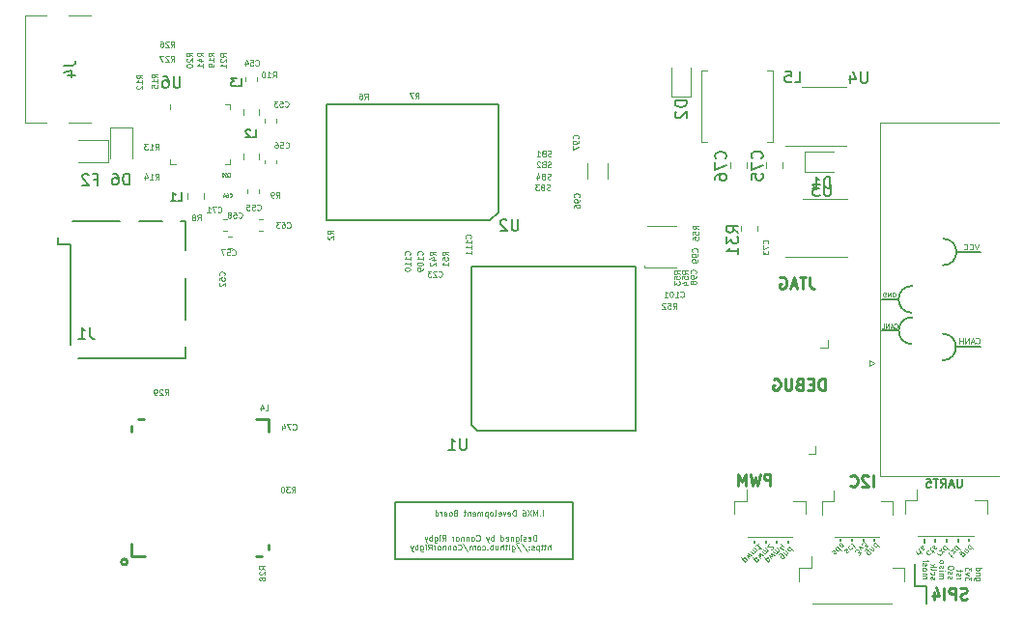
<source format=gbo>
G04 #@! TF.GenerationSoftware,KiCad,Pcbnew,(6.0.2)*
G04 #@! TF.CreationDate,2022-04-20T12:25:19-06:00*
G04 #@! TF.ProjectId,nano,6e616e6f-2e6b-4696-9361-645f70636258,rev?*
G04 #@! TF.SameCoordinates,Original*
G04 #@! TF.FileFunction,Legend,Bot*
G04 #@! TF.FilePolarity,Positive*
%FSLAX46Y46*%
G04 Gerber Fmt 4.6, Leading zero omitted, Abs format (unit mm)*
G04 Created by KiCad (PCBNEW (6.0.2)) date 2022-04-20 12:25:19*
%MOMM*%
%LPD*%
G01*
G04 APERTURE LIST*
%ADD10C,0.150000*%
%ADD11C,0.100000*%
%ADD12C,0.187500*%
%ADD13C,0.250000*%
%ADD14C,0.070000*%
%ADD15C,0.125000*%
%ADD16C,0.120000*%
%ADD17C,0.200000*%
%ADD18C,0.254000*%
G04 APERTURE END LIST*
D10*
X91000000Y-70000000D02*
X91000000Y-69850000D01*
X98300000Y-70100000D02*
X98300000Y-69850000D01*
X82450000Y-70200000D02*
X82450000Y-70050000D01*
X84450000Y-70200000D02*
X84450000Y-70050000D01*
X92000000Y-70000000D02*
X92000000Y-69850000D01*
X96290476Y-47670001D02*
G75*
G03*
X96219202Y-50009046I-20000J-1169999D01*
G01*
X96500001Y-74000000D02*
X96500000Y-72000000D01*
X93640000Y-48840000D02*
X95040475Y-48840000D01*
X97500000Y-75500000D02*
X97499999Y-74000000D01*
X51000000Y-66600000D02*
X66550000Y-66600000D01*
X66550000Y-66600000D02*
X66550000Y-71650000D01*
X66550000Y-71650000D02*
X51000000Y-71650000D01*
X51000000Y-71650000D02*
X51000000Y-66600000D01*
X99350000Y-70100000D02*
X99350000Y-69850000D01*
X83450000Y-70200000D02*
X83450000Y-70050000D01*
X101250000Y-70000000D02*
X101250000Y-69850000D01*
X102260476Y-53020000D02*
X100180476Y-53020000D01*
X98930476Y-54189999D02*
G75*
G03*
X99001750Y-51850954I20001J1169999D01*
G01*
X100300000Y-70100000D02*
X100300000Y-69850000D01*
X93650000Y-51590000D02*
X95050476Y-51590000D01*
X96300476Y-50420001D02*
G75*
G03*
X96229203Y-52759046I-20000J-1169999D01*
G01*
X97400000Y-70150000D02*
X97400000Y-69850000D01*
X98970000Y-45860000D02*
G75*
G03*
X99041274Y-43520953I20001J1170000D01*
G01*
X102300000Y-44690000D02*
X100220000Y-44690000D01*
X97499999Y-74000000D02*
X96500001Y-74000000D01*
X90000000Y-70000000D02*
X90000000Y-69850000D01*
X85450000Y-70200000D02*
X85450000Y-70050000D01*
X93000000Y-70000000D02*
X93000000Y-69850000D01*
D11*
X98461759Y-71068358D02*
X98697461Y-71304061D01*
X98630118Y-71236717D02*
X98680625Y-71253553D01*
X98714297Y-71253553D01*
X98764805Y-71236717D01*
X98798477Y-71203045D01*
X98646954Y-70883164D02*
X99067851Y-70933671D01*
X98882656Y-71118866D02*
X98832148Y-70697969D01*
X99118358Y-70411759D02*
X99471912Y-70765312D01*
X99135194Y-70428595D02*
X99084687Y-70445431D01*
X99017343Y-70512774D01*
X99000507Y-70563282D01*
X99000507Y-70596954D01*
X99017343Y-70647461D01*
X99118358Y-70748477D01*
X99168866Y-70765312D01*
X99202538Y-70765312D01*
X99253045Y-70748477D01*
X99320389Y-70681133D01*
X99337225Y-70630625D01*
X93975714Y-48600000D02*
X93937618Y-48619047D01*
X93880476Y-48619047D01*
X93823333Y-48600000D01*
X93785237Y-48561904D01*
X93766190Y-48523809D01*
X93747142Y-48447619D01*
X93747142Y-48390476D01*
X93766190Y-48314285D01*
X93785237Y-48276190D01*
X93823333Y-48238095D01*
X93880476Y-48219047D01*
X93918571Y-48219047D01*
X93975714Y-48238095D01*
X93994761Y-48257142D01*
X93994761Y-48390476D01*
X93918571Y-48390476D01*
X94166190Y-48219047D02*
X94166190Y-48619047D01*
X94394761Y-48219047D01*
X94394761Y-48619047D01*
X94585237Y-48219047D02*
X94585237Y-48619047D01*
X94680476Y-48619047D01*
X94737618Y-48600000D01*
X94775714Y-48561904D01*
X94794761Y-48523809D01*
X94813809Y-48447619D01*
X94813809Y-48390476D01*
X94794761Y-48314285D01*
X94775714Y-48276190D01*
X94737618Y-48238095D01*
X94680476Y-48219047D01*
X94585237Y-48219047D01*
X89261251Y-70962538D02*
X89278087Y-70912030D01*
X89345431Y-70844687D01*
X89395938Y-70827851D01*
X89446446Y-70844687D01*
X89463282Y-70861522D01*
X89480118Y-70912030D01*
X89463282Y-70962538D01*
X89412774Y-71013045D01*
X89395938Y-71063553D01*
X89412774Y-71114061D01*
X89429610Y-71130896D01*
X89480118Y-71147732D01*
X89530625Y-71130896D01*
X89581133Y-71080389D01*
X89597969Y-71029881D01*
X89698984Y-70491133D02*
X90052538Y-70844687D01*
X89715820Y-70507969D02*
X89665312Y-70524805D01*
X89597969Y-70592148D01*
X89581133Y-70642656D01*
X89581133Y-70676328D01*
X89597969Y-70726835D01*
X89698984Y-70827851D01*
X89749492Y-70844687D01*
X89783164Y-70844687D01*
X89833671Y-70827851D01*
X89901015Y-70760507D01*
X89917851Y-70709999D01*
X90018866Y-70171251D02*
X90204061Y-70356446D01*
X90220896Y-70406954D01*
X90204061Y-70457461D01*
X90136717Y-70524805D01*
X90086209Y-70541641D01*
X90035702Y-70188087D02*
X89985194Y-70204923D01*
X89901015Y-70289103D01*
X89884179Y-70339610D01*
X89901015Y-70390118D01*
X89934687Y-70423790D01*
X89985194Y-70440625D01*
X90035702Y-70423790D01*
X90119881Y-70339610D01*
X90170389Y-70322774D01*
X99655372Y-71346150D02*
X99790059Y-71211463D01*
X99823730Y-71413494D02*
X99520685Y-71110448D01*
X99503849Y-71059940D01*
X99520685Y-71009433D01*
X99554356Y-70975761D01*
X99638536Y-70891582D02*
X100059433Y-70942089D01*
X99874238Y-71127284D02*
X99823730Y-70706387D01*
X100109940Y-70420177D02*
X100463494Y-70773730D01*
X100126776Y-70437013D02*
X100076269Y-70453849D01*
X100008925Y-70521192D01*
X99992089Y-70571700D01*
X99992089Y-70605372D01*
X100008925Y-70655879D01*
X100109940Y-70756895D01*
X100160448Y-70773730D01*
X100194120Y-70773730D01*
X100244627Y-70756895D01*
X100311971Y-70689551D01*
X100328807Y-70639043D01*
D12*
X100653571Y-64589285D02*
X100653571Y-65196428D01*
X100617857Y-65267857D01*
X100582142Y-65303571D01*
X100510714Y-65339285D01*
X100367857Y-65339285D01*
X100296428Y-65303571D01*
X100260714Y-65267857D01*
X100225000Y-65196428D01*
X100225000Y-64589285D01*
X99903571Y-65125000D02*
X99546428Y-65125000D01*
X99975000Y-65339285D02*
X99725000Y-64589285D01*
X99475000Y-65339285D01*
X98796428Y-65339285D02*
X99046428Y-64982142D01*
X99225000Y-65339285D02*
X99225000Y-64589285D01*
X98939285Y-64589285D01*
X98867857Y-64625000D01*
X98832142Y-64660714D01*
X98796428Y-64732142D01*
X98796428Y-64839285D01*
X98832142Y-64910714D01*
X98867857Y-64946428D01*
X98939285Y-64982142D01*
X99225000Y-64982142D01*
X98582142Y-64589285D02*
X98153571Y-64589285D01*
X98367857Y-65339285D02*
X98367857Y-64589285D01*
X97546428Y-64589285D02*
X97903571Y-64589285D01*
X97939285Y-64946428D01*
X97903571Y-64910714D01*
X97832142Y-64875000D01*
X97653571Y-64875000D01*
X97582142Y-64910714D01*
X97546428Y-64946428D01*
X97510714Y-65017857D01*
X97510714Y-65196428D01*
X97546428Y-65267857D01*
X97582142Y-65303571D01*
X97653571Y-65339285D01*
X97832142Y-65339285D01*
X97903571Y-65303571D01*
X97939285Y-65267857D01*
D11*
X102198563Y-73265949D02*
X101793801Y-73265949D01*
X101746182Y-73289758D01*
X101722373Y-73313568D01*
X101698563Y-73361187D01*
X101698563Y-73432615D01*
X101722373Y-73480234D01*
X101889040Y-73265949D02*
X101865230Y-73313568D01*
X101865230Y-73408806D01*
X101889040Y-73456425D01*
X101912849Y-73480234D01*
X101960468Y-73504044D01*
X102103325Y-73504044D01*
X102150944Y-73480234D01*
X102174754Y-73456425D01*
X102198563Y-73408806D01*
X102198563Y-73313568D01*
X102174754Y-73265949D01*
X102198563Y-73027853D02*
X101865230Y-73027853D01*
X102150944Y-73027853D02*
X102174754Y-73004044D01*
X102198563Y-72956425D01*
X102198563Y-72884996D01*
X102174754Y-72837377D01*
X102127135Y-72813568D01*
X101865230Y-72813568D01*
X101865230Y-72361187D02*
X102365230Y-72361187D01*
X101889040Y-72361187D02*
X101865230Y-72408806D01*
X101865230Y-72504044D01*
X101889040Y-72551663D01*
X101912849Y-72575472D01*
X101960468Y-72599282D01*
X102103325Y-72599282D01*
X102150944Y-72575472D01*
X102174754Y-72551663D01*
X102198563Y-72504044D01*
X102198563Y-72408806D01*
X102174754Y-72361187D01*
X85081641Y-71419881D02*
X84795431Y-71133671D01*
X84744923Y-71116835D01*
X84711251Y-71116835D01*
X84660744Y-71133671D01*
X84610236Y-71184179D01*
X84593400Y-71234687D01*
X84862774Y-71201015D02*
X84812267Y-71217851D01*
X84744923Y-71285194D01*
X84728087Y-71335702D01*
X84728087Y-71369374D01*
X84744923Y-71419881D01*
X84845938Y-71520896D01*
X84896446Y-71537732D01*
X84930118Y-71537732D01*
X84980625Y-71520896D01*
X85047969Y-71453553D01*
X85064805Y-71403045D01*
X85250000Y-71251522D02*
X85014297Y-71015820D01*
X85216328Y-71217851D02*
X85250000Y-71217851D01*
X85300507Y-71201015D01*
X85351015Y-71150507D01*
X85367851Y-71099999D01*
X85351015Y-71049492D01*
X85165820Y-70864297D01*
X85485702Y-70544416D02*
X85839255Y-70897969D01*
X85502538Y-70561251D02*
X85452030Y-70578087D01*
X85384687Y-70645431D01*
X85367851Y-70695938D01*
X85367851Y-70729610D01*
X85384687Y-70780118D01*
X85485702Y-70881133D01*
X85536209Y-70897969D01*
X85569881Y-70897969D01*
X85620389Y-70881133D01*
X85687732Y-70813790D01*
X85704568Y-70763282D01*
X91572715Y-71264509D02*
X91791582Y-71045643D01*
X91539043Y-71028807D01*
X91589551Y-70978299D01*
X91606387Y-70927791D01*
X91606387Y-70894120D01*
X91589551Y-70843612D01*
X91505372Y-70759433D01*
X91454864Y-70742597D01*
X91421192Y-70742597D01*
X91370685Y-70759433D01*
X91269669Y-70860448D01*
X91252834Y-70910956D01*
X91252834Y-70944627D01*
X91791582Y-70809940D02*
X91640059Y-70490059D01*
X91959940Y-70641582D01*
X92178807Y-70658417D02*
X92397673Y-70439551D01*
X92145135Y-70422715D01*
X92195643Y-70372208D01*
X92212478Y-70321700D01*
X92212478Y-70288028D01*
X92195643Y-70237521D01*
X92111463Y-70153341D01*
X92060956Y-70136505D01*
X92027284Y-70136505D01*
X91976776Y-70153341D01*
X91875761Y-70254356D01*
X91858925Y-70304864D01*
X91858925Y-70338536D01*
X98665230Y-73282615D02*
X98998563Y-73282615D01*
X98950944Y-73282615D02*
X98974754Y-73258806D01*
X98998563Y-73211187D01*
X98998563Y-73139758D01*
X98974754Y-73092139D01*
X98927135Y-73068330D01*
X98665230Y-73068330D01*
X98927135Y-73068330D02*
X98974754Y-73044520D01*
X98998563Y-72996901D01*
X98998563Y-72925472D01*
X98974754Y-72877853D01*
X98927135Y-72854044D01*
X98665230Y-72854044D01*
X98665230Y-72615949D02*
X98998563Y-72615949D01*
X99165230Y-72615949D02*
X99141421Y-72639758D01*
X99117611Y-72615949D01*
X99141421Y-72592139D01*
X99165230Y-72615949D01*
X99117611Y-72615949D01*
X98689040Y-72401663D02*
X98665230Y-72354044D01*
X98665230Y-72258806D01*
X98689040Y-72211187D01*
X98736659Y-72187377D01*
X98760468Y-72187377D01*
X98808087Y-72211187D01*
X98831897Y-72258806D01*
X98831897Y-72330234D01*
X98855706Y-72377853D01*
X98903325Y-72401663D01*
X98927135Y-72401663D01*
X98974754Y-72377853D01*
X98998563Y-72330234D01*
X98998563Y-72258806D01*
X98974754Y-72211187D01*
X98665230Y-71901663D02*
X98689040Y-71949282D01*
X98712849Y-71973091D01*
X98760468Y-71996901D01*
X98903325Y-71996901D01*
X98950944Y-71973091D01*
X98974754Y-71949282D01*
X98998563Y-71901663D01*
X98998563Y-71830234D01*
X98974754Y-71782615D01*
X98950944Y-71758806D01*
X98903325Y-71734996D01*
X98760468Y-71734996D01*
X98712849Y-71758806D01*
X98689040Y-71782615D01*
X98665230Y-71830234D01*
X98665230Y-71901663D01*
D13*
X101090000Y-75094761D02*
X100947142Y-75142380D01*
X100709047Y-75142380D01*
X100613809Y-75094761D01*
X100566190Y-75047142D01*
X100518571Y-74951904D01*
X100518571Y-74856666D01*
X100566190Y-74761428D01*
X100613809Y-74713809D01*
X100709047Y-74666190D01*
X100899523Y-74618571D01*
X100994761Y-74570952D01*
X101042380Y-74523333D01*
X101090000Y-74428095D01*
X101090000Y-74332857D01*
X101042380Y-74237619D01*
X100994761Y-74190000D01*
X100899523Y-74142380D01*
X100661428Y-74142380D01*
X100518571Y-74190000D01*
X100090000Y-75142380D02*
X100090000Y-74142380D01*
X99709047Y-74142380D01*
X99613809Y-74190000D01*
X99566190Y-74237619D01*
X99518571Y-74332857D01*
X99518571Y-74475714D01*
X99566190Y-74570952D01*
X99613809Y-74618571D01*
X99709047Y-74666190D01*
X100090000Y-74666190D01*
X99090000Y-75142380D02*
X99090000Y-74142380D01*
X98185238Y-74475714D02*
X98185238Y-75142380D01*
X98423333Y-74094761D02*
X98661428Y-74809047D01*
X98042380Y-74809047D01*
D11*
X97939040Y-73375472D02*
X97915230Y-73327853D01*
X97915230Y-73232615D01*
X97939040Y-73184996D01*
X97986659Y-73161187D01*
X98010468Y-73161187D01*
X98058087Y-73184996D01*
X98081897Y-73232615D01*
X98081897Y-73304044D01*
X98105706Y-73351663D01*
X98153325Y-73375472D01*
X98177135Y-73375472D01*
X98224754Y-73351663D01*
X98248563Y-73304044D01*
X98248563Y-73232615D01*
X98224754Y-73184996D01*
X97939040Y-72732615D02*
X97915230Y-72780234D01*
X97915230Y-72875472D01*
X97939040Y-72923091D01*
X97962849Y-72946901D01*
X98010468Y-72970711D01*
X98153325Y-72970711D01*
X98200944Y-72946901D01*
X98224754Y-72923091D01*
X98248563Y-72875472D01*
X98248563Y-72780234D01*
X98224754Y-72732615D01*
X97915230Y-72446901D02*
X97939040Y-72494520D01*
X97986659Y-72518330D01*
X98415230Y-72518330D01*
X97915230Y-72256425D02*
X98415230Y-72256425D01*
X98105706Y-72208806D02*
X97915230Y-72065949D01*
X98248563Y-72065949D02*
X98058087Y-72256425D01*
X96570685Y-70959433D02*
X96806387Y-71195135D01*
X96739043Y-71127791D02*
X96789551Y-71144627D01*
X96823223Y-71144627D01*
X96873730Y-71127791D01*
X96907402Y-71094120D01*
X96974746Y-71026776D02*
X97109433Y-70892089D01*
X97143104Y-71094120D02*
X96840059Y-70791074D01*
X96823223Y-70740566D01*
X96840059Y-70690059D01*
X96873730Y-70656387D01*
X96991582Y-70572208D02*
X97008417Y-70521700D01*
X97075761Y-70454356D01*
X97126269Y-70437521D01*
X97176776Y-70454356D01*
X97193612Y-70471192D01*
X97210448Y-70521700D01*
X97193612Y-70572208D01*
X97143104Y-70622715D01*
X97126269Y-70673223D01*
X97143104Y-70723730D01*
X97159940Y-70740566D01*
X97210448Y-70757402D01*
X97260956Y-70740566D01*
X97311463Y-70690059D01*
X97328299Y-70639551D01*
X90337013Y-70856776D02*
X90353849Y-70806269D01*
X90421192Y-70738925D01*
X90471700Y-70722089D01*
X90522208Y-70738925D01*
X90539043Y-70755761D01*
X90555879Y-70806269D01*
X90539043Y-70856776D01*
X90488536Y-70907284D01*
X90471700Y-70957791D01*
X90488536Y-71008299D01*
X90505372Y-71025135D01*
X90555879Y-71041971D01*
X90606387Y-71025135D01*
X90656895Y-70974627D01*
X90673730Y-70924120D01*
X90791582Y-70402208D02*
X90741074Y-70419043D01*
X90673730Y-70486387D01*
X90656895Y-70536895D01*
X90656895Y-70570566D01*
X90673730Y-70621074D01*
X90774746Y-70722089D01*
X90825253Y-70738925D01*
X90858925Y-70738925D01*
X90909433Y-70722089D01*
X90976776Y-70654746D01*
X90993612Y-70604238D01*
X90976776Y-70183341D02*
X90959940Y-70233849D01*
X90976776Y-70284356D01*
X91279822Y-70587402D01*
X63339047Y-70003690D02*
X63339047Y-69503690D01*
X63220000Y-69503690D01*
X63148571Y-69527500D01*
X63100952Y-69575119D01*
X63077142Y-69622738D01*
X63053333Y-69717976D01*
X63053333Y-69789404D01*
X63077142Y-69884642D01*
X63100952Y-69932261D01*
X63148571Y-69979880D01*
X63220000Y-70003690D01*
X63339047Y-70003690D01*
X62648571Y-69979880D02*
X62696190Y-70003690D01*
X62791428Y-70003690D01*
X62839047Y-69979880D01*
X62862857Y-69932261D01*
X62862857Y-69741785D01*
X62839047Y-69694166D01*
X62791428Y-69670357D01*
X62696190Y-69670357D01*
X62648571Y-69694166D01*
X62624761Y-69741785D01*
X62624761Y-69789404D01*
X62862857Y-69837023D01*
X62434285Y-69979880D02*
X62386666Y-70003690D01*
X62291428Y-70003690D01*
X62243809Y-69979880D01*
X62220000Y-69932261D01*
X62220000Y-69908452D01*
X62243809Y-69860833D01*
X62291428Y-69837023D01*
X62362857Y-69837023D01*
X62410476Y-69813214D01*
X62434285Y-69765595D01*
X62434285Y-69741785D01*
X62410476Y-69694166D01*
X62362857Y-69670357D01*
X62291428Y-69670357D01*
X62243809Y-69694166D01*
X62005714Y-70003690D02*
X62005714Y-69670357D01*
X62005714Y-69503690D02*
X62029523Y-69527500D01*
X62005714Y-69551309D01*
X61981904Y-69527500D01*
X62005714Y-69503690D01*
X62005714Y-69551309D01*
X61553333Y-69670357D02*
X61553333Y-70075119D01*
X61577142Y-70122738D01*
X61600952Y-70146547D01*
X61648571Y-70170357D01*
X61720000Y-70170357D01*
X61767619Y-70146547D01*
X61553333Y-69979880D02*
X61600952Y-70003690D01*
X61696190Y-70003690D01*
X61743809Y-69979880D01*
X61767619Y-69956071D01*
X61791428Y-69908452D01*
X61791428Y-69765595D01*
X61767619Y-69717976D01*
X61743809Y-69694166D01*
X61696190Y-69670357D01*
X61600952Y-69670357D01*
X61553333Y-69694166D01*
X61315238Y-69670357D02*
X61315238Y-70003690D01*
X61315238Y-69717976D02*
X61291428Y-69694166D01*
X61243809Y-69670357D01*
X61172380Y-69670357D01*
X61124761Y-69694166D01*
X61100952Y-69741785D01*
X61100952Y-70003690D01*
X60672380Y-69979880D02*
X60720000Y-70003690D01*
X60815238Y-70003690D01*
X60862857Y-69979880D01*
X60886666Y-69932261D01*
X60886666Y-69741785D01*
X60862857Y-69694166D01*
X60815238Y-69670357D01*
X60720000Y-69670357D01*
X60672380Y-69694166D01*
X60648571Y-69741785D01*
X60648571Y-69789404D01*
X60886666Y-69837023D01*
X60220000Y-70003690D02*
X60220000Y-69503690D01*
X60220000Y-69979880D02*
X60267619Y-70003690D01*
X60362857Y-70003690D01*
X60410476Y-69979880D01*
X60434285Y-69956071D01*
X60458095Y-69908452D01*
X60458095Y-69765595D01*
X60434285Y-69717976D01*
X60410476Y-69694166D01*
X60362857Y-69670357D01*
X60267619Y-69670357D01*
X60220000Y-69694166D01*
X59600952Y-70003690D02*
X59600952Y-69503690D01*
X59600952Y-69694166D02*
X59553333Y-69670357D01*
X59458095Y-69670357D01*
X59410476Y-69694166D01*
X59386666Y-69717976D01*
X59362857Y-69765595D01*
X59362857Y-69908452D01*
X59386666Y-69956071D01*
X59410476Y-69979880D01*
X59458095Y-70003690D01*
X59553333Y-70003690D01*
X59600952Y-69979880D01*
X59196190Y-69670357D02*
X59077142Y-70003690D01*
X58958095Y-69670357D02*
X59077142Y-70003690D01*
X59124761Y-70122738D01*
X59148571Y-70146547D01*
X59196190Y-70170357D01*
X58100952Y-69956071D02*
X58124761Y-69979880D01*
X58196190Y-70003690D01*
X58243809Y-70003690D01*
X58315238Y-69979880D01*
X58362857Y-69932261D01*
X58386666Y-69884642D01*
X58410476Y-69789404D01*
X58410476Y-69717976D01*
X58386666Y-69622738D01*
X58362857Y-69575119D01*
X58315238Y-69527500D01*
X58243809Y-69503690D01*
X58196190Y-69503690D01*
X58124761Y-69527500D01*
X58100952Y-69551309D01*
X57815238Y-70003690D02*
X57862857Y-69979880D01*
X57886666Y-69956071D01*
X57910476Y-69908452D01*
X57910476Y-69765595D01*
X57886666Y-69717976D01*
X57862857Y-69694166D01*
X57815238Y-69670357D01*
X57743809Y-69670357D01*
X57696190Y-69694166D01*
X57672380Y-69717976D01*
X57648571Y-69765595D01*
X57648571Y-69908452D01*
X57672380Y-69956071D01*
X57696190Y-69979880D01*
X57743809Y-70003690D01*
X57815238Y-70003690D01*
X57434285Y-69670357D02*
X57434285Y-70003690D01*
X57434285Y-69717976D02*
X57410476Y-69694166D01*
X57362857Y-69670357D01*
X57291428Y-69670357D01*
X57243809Y-69694166D01*
X57220000Y-69741785D01*
X57220000Y-70003690D01*
X56981904Y-69670357D02*
X56981904Y-70003690D01*
X56981904Y-69717976D02*
X56958095Y-69694166D01*
X56910476Y-69670357D01*
X56839047Y-69670357D01*
X56791428Y-69694166D01*
X56767619Y-69741785D01*
X56767619Y-70003690D01*
X56458095Y-70003690D02*
X56505714Y-69979880D01*
X56529523Y-69956071D01*
X56553333Y-69908452D01*
X56553333Y-69765595D01*
X56529523Y-69717976D01*
X56505714Y-69694166D01*
X56458095Y-69670357D01*
X56386666Y-69670357D01*
X56339047Y-69694166D01*
X56315238Y-69717976D01*
X56291428Y-69765595D01*
X56291428Y-69908452D01*
X56315238Y-69956071D01*
X56339047Y-69979880D01*
X56386666Y-70003690D01*
X56458095Y-70003690D01*
X56077142Y-70003690D02*
X56077142Y-69670357D01*
X56077142Y-69765595D02*
X56053333Y-69717976D01*
X56029523Y-69694166D01*
X55981904Y-69670357D01*
X55934285Y-69670357D01*
X55100952Y-70003690D02*
X55267619Y-69765595D01*
X55386666Y-70003690D02*
X55386666Y-69503690D01*
X55196190Y-69503690D01*
X55148571Y-69527500D01*
X55124761Y-69551309D01*
X55100952Y-69598928D01*
X55100952Y-69670357D01*
X55124761Y-69717976D01*
X55148571Y-69741785D01*
X55196190Y-69765595D01*
X55386666Y-69765595D01*
X54886666Y-70003690D02*
X54886666Y-69670357D01*
X54886666Y-69503690D02*
X54910476Y-69527500D01*
X54886666Y-69551309D01*
X54862857Y-69527500D01*
X54886666Y-69503690D01*
X54886666Y-69551309D01*
X54434285Y-69670357D02*
X54434285Y-70075119D01*
X54458095Y-70122738D01*
X54481904Y-70146547D01*
X54529523Y-70170357D01*
X54600952Y-70170357D01*
X54648571Y-70146547D01*
X54434285Y-69979880D02*
X54481904Y-70003690D01*
X54577142Y-70003690D01*
X54624761Y-69979880D01*
X54648571Y-69956071D01*
X54672380Y-69908452D01*
X54672380Y-69765595D01*
X54648571Y-69717976D01*
X54624761Y-69694166D01*
X54577142Y-69670357D01*
X54481904Y-69670357D01*
X54434285Y-69694166D01*
X54196190Y-70003690D02*
X54196190Y-69503690D01*
X54196190Y-69694166D02*
X54148571Y-69670357D01*
X54053333Y-69670357D01*
X54005714Y-69694166D01*
X53981904Y-69717976D01*
X53958095Y-69765595D01*
X53958095Y-69908452D01*
X53981904Y-69956071D01*
X54005714Y-69979880D01*
X54053333Y-70003690D01*
X54148571Y-70003690D01*
X54196190Y-69979880D01*
X53791428Y-69670357D02*
X53672380Y-70003690D01*
X53553333Y-69670357D02*
X53672380Y-70003690D01*
X53720000Y-70122738D01*
X53743809Y-70146547D01*
X53791428Y-70170357D01*
X64577142Y-70808690D02*
X64577142Y-70308690D01*
X64362857Y-70808690D02*
X64362857Y-70546785D01*
X64386666Y-70499166D01*
X64434285Y-70475357D01*
X64505714Y-70475357D01*
X64553333Y-70499166D01*
X64577142Y-70522976D01*
X64196190Y-70475357D02*
X64005714Y-70475357D01*
X64124761Y-70308690D02*
X64124761Y-70737261D01*
X64100952Y-70784880D01*
X64053333Y-70808690D01*
X64005714Y-70808690D01*
X63910476Y-70475357D02*
X63720000Y-70475357D01*
X63839047Y-70308690D02*
X63839047Y-70737261D01*
X63815238Y-70784880D01*
X63767619Y-70808690D01*
X63720000Y-70808690D01*
X63553333Y-70475357D02*
X63553333Y-70975357D01*
X63553333Y-70499166D02*
X63505714Y-70475357D01*
X63410476Y-70475357D01*
X63362857Y-70499166D01*
X63339047Y-70522976D01*
X63315238Y-70570595D01*
X63315238Y-70713452D01*
X63339047Y-70761071D01*
X63362857Y-70784880D01*
X63410476Y-70808690D01*
X63505714Y-70808690D01*
X63553333Y-70784880D01*
X63124761Y-70784880D02*
X63077142Y-70808690D01*
X62981904Y-70808690D01*
X62934285Y-70784880D01*
X62910476Y-70737261D01*
X62910476Y-70713452D01*
X62934285Y-70665833D01*
X62981904Y-70642023D01*
X63053333Y-70642023D01*
X63100952Y-70618214D01*
X63124761Y-70570595D01*
X63124761Y-70546785D01*
X63100952Y-70499166D01*
X63053333Y-70475357D01*
X62981904Y-70475357D01*
X62934285Y-70499166D01*
X62696190Y-70761071D02*
X62672380Y-70784880D01*
X62696190Y-70808690D01*
X62720000Y-70784880D01*
X62696190Y-70761071D01*
X62696190Y-70808690D01*
X62696190Y-70499166D02*
X62672380Y-70522976D01*
X62696190Y-70546785D01*
X62720000Y-70522976D01*
X62696190Y-70499166D01*
X62696190Y-70546785D01*
X62100952Y-70284880D02*
X62529523Y-70927738D01*
X61577142Y-70284880D02*
X62005714Y-70927738D01*
X61196190Y-70475357D02*
X61196190Y-70880119D01*
X61220000Y-70927738D01*
X61243809Y-70951547D01*
X61291428Y-70975357D01*
X61362857Y-70975357D01*
X61410476Y-70951547D01*
X61196190Y-70784880D02*
X61243809Y-70808690D01*
X61339047Y-70808690D01*
X61386666Y-70784880D01*
X61410476Y-70761071D01*
X61434285Y-70713452D01*
X61434285Y-70570595D01*
X61410476Y-70522976D01*
X61386666Y-70499166D01*
X61339047Y-70475357D01*
X61243809Y-70475357D01*
X61196190Y-70499166D01*
X60958095Y-70808690D02*
X60958095Y-70475357D01*
X60958095Y-70308690D02*
X60981904Y-70332500D01*
X60958095Y-70356309D01*
X60934285Y-70332500D01*
X60958095Y-70308690D01*
X60958095Y-70356309D01*
X60791428Y-70475357D02*
X60600952Y-70475357D01*
X60720000Y-70308690D02*
X60720000Y-70737261D01*
X60696190Y-70784880D01*
X60648571Y-70808690D01*
X60600952Y-70808690D01*
X60434285Y-70808690D02*
X60434285Y-70308690D01*
X60220000Y-70808690D02*
X60220000Y-70546785D01*
X60243809Y-70499166D01*
X60291428Y-70475357D01*
X60362857Y-70475357D01*
X60410476Y-70499166D01*
X60434285Y-70522976D01*
X59767619Y-70475357D02*
X59767619Y-70808690D01*
X59981904Y-70475357D02*
X59981904Y-70737261D01*
X59958095Y-70784880D01*
X59910476Y-70808690D01*
X59839047Y-70808690D01*
X59791428Y-70784880D01*
X59767619Y-70761071D01*
X59529523Y-70808690D02*
X59529523Y-70308690D01*
X59529523Y-70499166D02*
X59481904Y-70475357D01*
X59386666Y-70475357D01*
X59339047Y-70499166D01*
X59315238Y-70522976D01*
X59291428Y-70570595D01*
X59291428Y-70713452D01*
X59315238Y-70761071D01*
X59339047Y-70784880D01*
X59386666Y-70808690D01*
X59481904Y-70808690D01*
X59529523Y-70784880D01*
X59077142Y-70761071D02*
X59053333Y-70784880D01*
X59077142Y-70808690D01*
X59100952Y-70784880D01*
X59077142Y-70761071D01*
X59077142Y-70808690D01*
X58624761Y-70784880D02*
X58672380Y-70808690D01*
X58767619Y-70808690D01*
X58815238Y-70784880D01*
X58839047Y-70761071D01*
X58862857Y-70713452D01*
X58862857Y-70570595D01*
X58839047Y-70522976D01*
X58815238Y-70499166D01*
X58767619Y-70475357D01*
X58672380Y-70475357D01*
X58624761Y-70499166D01*
X58339047Y-70808690D02*
X58386666Y-70784880D01*
X58410476Y-70761071D01*
X58434285Y-70713452D01*
X58434285Y-70570595D01*
X58410476Y-70522976D01*
X58386666Y-70499166D01*
X58339047Y-70475357D01*
X58267619Y-70475357D01*
X58220000Y-70499166D01*
X58196190Y-70522976D01*
X58172380Y-70570595D01*
X58172380Y-70713452D01*
X58196190Y-70761071D01*
X58220000Y-70784880D01*
X58267619Y-70808690D01*
X58339047Y-70808690D01*
X57958095Y-70808690D02*
X57958095Y-70475357D01*
X57958095Y-70522976D02*
X57934285Y-70499166D01*
X57886666Y-70475357D01*
X57815238Y-70475357D01*
X57767619Y-70499166D01*
X57743809Y-70546785D01*
X57743809Y-70808690D01*
X57743809Y-70546785D02*
X57720000Y-70499166D01*
X57672380Y-70475357D01*
X57600952Y-70475357D01*
X57553333Y-70499166D01*
X57529523Y-70546785D01*
X57529523Y-70808690D01*
X56934285Y-70284880D02*
X57362857Y-70927738D01*
X56481904Y-70761071D02*
X56505714Y-70784880D01*
X56577142Y-70808690D01*
X56624761Y-70808690D01*
X56696190Y-70784880D01*
X56743809Y-70737261D01*
X56767619Y-70689642D01*
X56791428Y-70594404D01*
X56791428Y-70522976D01*
X56767619Y-70427738D01*
X56743809Y-70380119D01*
X56696190Y-70332500D01*
X56624761Y-70308690D01*
X56577142Y-70308690D01*
X56505714Y-70332500D01*
X56481904Y-70356309D01*
X56196190Y-70808690D02*
X56243809Y-70784880D01*
X56267619Y-70761071D01*
X56291428Y-70713452D01*
X56291428Y-70570595D01*
X56267619Y-70522976D01*
X56243809Y-70499166D01*
X56196190Y-70475357D01*
X56124761Y-70475357D01*
X56077142Y-70499166D01*
X56053333Y-70522976D01*
X56029523Y-70570595D01*
X56029523Y-70713452D01*
X56053333Y-70761071D01*
X56077142Y-70784880D01*
X56124761Y-70808690D01*
X56196190Y-70808690D01*
X55815238Y-70475357D02*
X55815238Y-70808690D01*
X55815238Y-70522976D02*
X55791428Y-70499166D01*
X55743809Y-70475357D01*
X55672380Y-70475357D01*
X55624761Y-70499166D01*
X55600952Y-70546785D01*
X55600952Y-70808690D01*
X55362857Y-70475357D02*
X55362857Y-70808690D01*
X55362857Y-70522976D02*
X55339047Y-70499166D01*
X55291428Y-70475357D01*
X55220000Y-70475357D01*
X55172380Y-70499166D01*
X55148571Y-70546785D01*
X55148571Y-70808690D01*
X54839047Y-70808690D02*
X54886666Y-70784880D01*
X54910476Y-70761071D01*
X54934285Y-70713452D01*
X54934285Y-70570595D01*
X54910476Y-70522976D01*
X54886666Y-70499166D01*
X54839047Y-70475357D01*
X54767619Y-70475357D01*
X54720000Y-70499166D01*
X54696190Y-70522976D01*
X54672380Y-70570595D01*
X54672380Y-70713452D01*
X54696190Y-70761071D01*
X54720000Y-70784880D01*
X54767619Y-70808690D01*
X54839047Y-70808690D01*
X54458095Y-70808690D02*
X54458095Y-70475357D01*
X54458095Y-70570595D02*
X54434285Y-70522976D01*
X54410476Y-70499166D01*
X54362857Y-70475357D01*
X54315238Y-70475357D01*
X53862857Y-70808690D02*
X54029523Y-70570595D01*
X54148571Y-70808690D02*
X54148571Y-70308690D01*
X53958095Y-70308690D01*
X53910476Y-70332500D01*
X53886666Y-70356309D01*
X53862857Y-70403928D01*
X53862857Y-70475357D01*
X53886666Y-70522976D01*
X53910476Y-70546785D01*
X53958095Y-70570595D01*
X54148571Y-70570595D01*
X53648571Y-70808690D02*
X53648571Y-70475357D01*
X53648571Y-70308690D02*
X53672380Y-70332500D01*
X53648571Y-70356309D01*
X53624761Y-70332500D01*
X53648571Y-70308690D01*
X53648571Y-70356309D01*
X53196190Y-70475357D02*
X53196190Y-70880119D01*
X53220000Y-70927738D01*
X53243809Y-70951547D01*
X53291428Y-70975357D01*
X53362857Y-70975357D01*
X53410476Y-70951547D01*
X53196190Y-70784880D02*
X53243809Y-70808690D01*
X53339047Y-70808690D01*
X53386666Y-70784880D01*
X53410476Y-70761071D01*
X53434285Y-70713452D01*
X53434285Y-70570595D01*
X53410476Y-70522976D01*
X53386666Y-70499166D01*
X53339047Y-70475357D01*
X53243809Y-70475357D01*
X53196190Y-70499166D01*
X52958095Y-70808690D02*
X52958095Y-70308690D01*
X52958095Y-70499166D02*
X52910476Y-70475357D01*
X52815238Y-70475357D01*
X52767619Y-70499166D01*
X52743809Y-70522976D01*
X52720000Y-70570595D01*
X52720000Y-70713452D01*
X52743809Y-70761071D01*
X52767619Y-70784880D01*
X52815238Y-70808690D01*
X52910476Y-70808690D01*
X52958095Y-70784880D01*
X52553333Y-70475357D02*
X52434285Y-70808690D01*
X52315238Y-70475357D02*
X52434285Y-70808690D01*
X52481904Y-70927738D01*
X52505714Y-70951547D01*
X52553333Y-70975357D01*
X102096666Y-43976190D02*
X101930000Y-44476190D01*
X101763333Y-43976190D01*
X101310952Y-44428571D02*
X101334761Y-44452380D01*
X101406190Y-44476190D01*
X101453809Y-44476190D01*
X101525238Y-44452380D01*
X101572857Y-44404761D01*
X101596666Y-44357142D01*
X101620476Y-44261904D01*
X101620476Y-44190476D01*
X101596666Y-44095238D01*
X101572857Y-44047619D01*
X101525238Y-44000000D01*
X101453809Y-43976190D01*
X101406190Y-43976190D01*
X101334761Y-44000000D01*
X101310952Y-44023809D01*
X100810952Y-44428571D02*
X100834761Y-44452380D01*
X100906190Y-44476190D01*
X100953809Y-44476190D01*
X101025238Y-44452380D01*
X101072857Y-44404761D01*
X101096666Y-44357142D01*
X101120476Y-44261904D01*
X101120476Y-44190476D01*
X101096666Y-44095238D01*
X101072857Y-44047619D01*
X101025238Y-44000000D01*
X100953809Y-43976190D01*
X100906190Y-43976190D01*
X100834761Y-44000000D01*
X100810952Y-44023809D01*
X101415230Y-73515949D02*
X101415230Y-73206425D01*
X101224754Y-73373091D01*
X101224754Y-73301663D01*
X101200944Y-73254044D01*
X101177135Y-73230234D01*
X101129516Y-73206425D01*
X101010468Y-73206425D01*
X100962849Y-73230234D01*
X100939040Y-73254044D01*
X100915230Y-73301663D01*
X100915230Y-73444520D01*
X100939040Y-73492139D01*
X100962849Y-73515949D01*
X101248563Y-73039758D02*
X100915230Y-72920711D01*
X101248563Y-72801663D01*
X101415230Y-72658806D02*
X101415230Y-72349282D01*
X101224754Y-72515949D01*
X101224754Y-72444520D01*
X101200944Y-72396901D01*
X101177135Y-72373091D01*
X101129516Y-72349282D01*
X101010468Y-72349282D01*
X100962849Y-72373091D01*
X100939040Y-72396901D01*
X100915230Y-72444520D01*
X100915230Y-72587377D01*
X100939040Y-72634996D01*
X100962849Y-72658806D01*
X63914285Y-67826190D02*
X63914285Y-67326190D01*
X63676190Y-67778571D02*
X63652380Y-67802380D01*
X63676190Y-67826190D01*
X63700000Y-67802380D01*
X63676190Y-67778571D01*
X63676190Y-67826190D01*
X63438095Y-67826190D02*
X63438095Y-67326190D01*
X63271428Y-67683333D01*
X63104761Y-67326190D01*
X63104761Y-67826190D01*
X62914285Y-67326190D02*
X62580952Y-67826190D01*
X62580952Y-67326190D02*
X62914285Y-67826190D01*
X62176190Y-67326190D02*
X62271428Y-67326190D01*
X62319047Y-67350000D01*
X62342857Y-67373809D01*
X62390476Y-67445238D01*
X62414285Y-67540476D01*
X62414285Y-67730952D01*
X62390476Y-67778571D01*
X62366666Y-67802380D01*
X62319047Y-67826190D01*
X62223809Y-67826190D01*
X62176190Y-67802380D01*
X62152380Y-67778571D01*
X62128571Y-67730952D01*
X62128571Y-67611904D01*
X62152380Y-67564285D01*
X62176190Y-67540476D01*
X62223809Y-67516666D01*
X62319047Y-67516666D01*
X62366666Y-67540476D01*
X62390476Y-67564285D01*
X62414285Y-67611904D01*
X61533333Y-67826190D02*
X61533333Y-67326190D01*
X61414285Y-67326190D01*
X61342857Y-67350000D01*
X61295238Y-67397619D01*
X61271428Y-67445238D01*
X61247619Y-67540476D01*
X61247619Y-67611904D01*
X61271428Y-67707142D01*
X61295238Y-67754761D01*
X61342857Y-67802380D01*
X61414285Y-67826190D01*
X61533333Y-67826190D01*
X60842857Y-67802380D02*
X60890476Y-67826190D01*
X60985714Y-67826190D01*
X61033333Y-67802380D01*
X61057142Y-67754761D01*
X61057142Y-67564285D01*
X61033333Y-67516666D01*
X60985714Y-67492857D01*
X60890476Y-67492857D01*
X60842857Y-67516666D01*
X60819047Y-67564285D01*
X60819047Y-67611904D01*
X61057142Y-67659523D01*
X60652380Y-67492857D02*
X60533333Y-67826190D01*
X60414285Y-67492857D01*
X60033333Y-67802380D02*
X60080952Y-67826190D01*
X60176190Y-67826190D01*
X60223809Y-67802380D01*
X60247619Y-67754761D01*
X60247619Y-67564285D01*
X60223809Y-67516666D01*
X60176190Y-67492857D01*
X60080952Y-67492857D01*
X60033333Y-67516666D01*
X60009523Y-67564285D01*
X60009523Y-67611904D01*
X60247619Y-67659523D01*
X59723809Y-67826190D02*
X59771428Y-67802380D01*
X59795238Y-67754761D01*
X59795238Y-67326190D01*
X59461904Y-67826190D02*
X59509523Y-67802380D01*
X59533333Y-67778571D01*
X59557142Y-67730952D01*
X59557142Y-67588095D01*
X59533333Y-67540476D01*
X59509523Y-67516666D01*
X59461904Y-67492857D01*
X59390476Y-67492857D01*
X59342857Y-67516666D01*
X59319047Y-67540476D01*
X59295238Y-67588095D01*
X59295238Y-67730952D01*
X59319047Y-67778571D01*
X59342857Y-67802380D01*
X59390476Y-67826190D01*
X59461904Y-67826190D01*
X59080952Y-67492857D02*
X59080952Y-67992857D01*
X59080952Y-67516666D02*
X59033333Y-67492857D01*
X58938095Y-67492857D01*
X58890476Y-67516666D01*
X58866666Y-67540476D01*
X58842857Y-67588095D01*
X58842857Y-67730952D01*
X58866666Y-67778571D01*
X58890476Y-67802380D01*
X58938095Y-67826190D01*
X59033333Y-67826190D01*
X59080952Y-67802380D01*
X58628571Y-67826190D02*
X58628571Y-67492857D01*
X58628571Y-67540476D02*
X58604761Y-67516666D01*
X58557142Y-67492857D01*
X58485714Y-67492857D01*
X58438095Y-67516666D01*
X58414285Y-67564285D01*
X58414285Y-67826190D01*
X58414285Y-67564285D02*
X58390476Y-67516666D01*
X58342857Y-67492857D01*
X58271428Y-67492857D01*
X58223809Y-67516666D01*
X58200000Y-67564285D01*
X58200000Y-67826190D01*
X57771428Y-67802380D02*
X57819047Y-67826190D01*
X57914285Y-67826190D01*
X57961904Y-67802380D01*
X57985714Y-67754761D01*
X57985714Y-67564285D01*
X57961904Y-67516666D01*
X57914285Y-67492857D01*
X57819047Y-67492857D01*
X57771428Y-67516666D01*
X57747619Y-67564285D01*
X57747619Y-67611904D01*
X57985714Y-67659523D01*
X57533333Y-67492857D02*
X57533333Y-67826190D01*
X57533333Y-67540476D02*
X57509523Y-67516666D01*
X57461904Y-67492857D01*
X57390476Y-67492857D01*
X57342857Y-67516666D01*
X57319047Y-67564285D01*
X57319047Y-67826190D01*
X57152380Y-67492857D02*
X56961904Y-67492857D01*
X57080952Y-67326190D02*
X57080952Y-67754761D01*
X57057142Y-67802380D01*
X57009523Y-67826190D01*
X56961904Y-67826190D01*
X56247619Y-67564285D02*
X56176190Y-67588095D01*
X56152380Y-67611904D01*
X56128571Y-67659523D01*
X56128571Y-67730952D01*
X56152380Y-67778571D01*
X56176190Y-67802380D01*
X56223809Y-67826190D01*
X56414285Y-67826190D01*
X56414285Y-67326190D01*
X56247619Y-67326190D01*
X56200000Y-67350000D01*
X56176190Y-67373809D01*
X56152380Y-67421428D01*
X56152380Y-67469047D01*
X56176190Y-67516666D01*
X56200000Y-67540476D01*
X56247619Y-67564285D01*
X56414285Y-67564285D01*
X55842857Y-67826190D02*
X55890476Y-67802380D01*
X55914285Y-67778571D01*
X55938095Y-67730952D01*
X55938095Y-67588095D01*
X55914285Y-67540476D01*
X55890476Y-67516666D01*
X55842857Y-67492857D01*
X55771428Y-67492857D01*
X55723809Y-67516666D01*
X55700000Y-67540476D01*
X55676190Y-67588095D01*
X55676190Y-67730952D01*
X55700000Y-67778571D01*
X55723809Y-67802380D01*
X55771428Y-67826190D01*
X55842857Y-67826190D01*
X55247619Y-67826190D02*
X55247619Y-67564285D01*
X55271428Y-67516666D01*
X55319047Y-67492857D01*
X55414285Y-67492857D01*
X55461904Y-67516666D01*
X55247619Y-67802380D02*
X55295238Y-67826190D01*
X55414285Y-67826190D01*
X55461904Y-67802380D01*
X55485714Y-67754761D01*
X55485714Y-67707142D01*
X55461904Y-67659523D01*
X55414285Y-67635714D01*
X55295238Y-67635714D01*
X55247619Y-67611904D01*
X55009523Y-67826190D02*
X55009523Y-67492857D01*
X55009523Y-67588095D02*
X54985714Y-67540476D01*
X54961904Y-67516666D01*
X54914285Y-67492857D01*
X54866666Y-67492857D01*
X54485714Y-67826190D02*
X54485714Y-67326190D01*
X54485714Y-67802380D02*
X54533333Y-67826190D01*
X54628571Y-67826190D01*
X54676190Y-67802380D01*
X54700000Y-67778571D01*
X54723809Y-67730952D01*
X54723809Y-67588095D01*
X54700000Y-67540476D01*
X54676190Y-67516666D01*
X54628571Y-67492857D01*
X54533333Y-67492857D01*
X54485714Y-67516666D01*
X97165230Y-73282615D02*
X97498563Y-73282615D01*
X97450944Y-73282615D02*
X97474754Y-73258806D01*
X97498563Y-73211187D01*
X97498563Y-73139758D01*
X97474754Y-73092139D01*
X97427135Y-73068330D01*
X97165230Y-73068330D01*
X97427135Y-73068330D02*
X97474754Y-73044520D01*
X97498563Y-72996901D01*
X97498563Y-72925472D01*
X97474754Y-72877853D01*
X97427135Y-72854044D01*
X97165230Y-72854044D01*
X97165230Y-72544520D02*
X97189040Y-72592139D01*
X97212849Y-72615949D01*
X97260468Y-72639758D01*
X97403325Y-72639758D01*
X97450944Y-72615949D01*
X97474754Y-72592139D01*
X97498563Y-72544520D01*
X97498563Y-72473091D01*
X97474754Y-72425472D01*
X97450944Y-72401663D01*
X97403325Y-72377853D01*
X97260468Y-72377853D01*
X97212849Y-72401663D01*
X97189040Y-72425472D01*
X97165230Y-72473091D01*
X97165230Y-72544520D01*
X97189040Y-72187377D02*
X97165230Y-72139758D01*
X97165230Y-72044520D01*
X97189040Y-71996901D01*
X97236659Y-71973091D01*
X97260468Y-71973091D01*
X97308087Y-71996901D01*
X97331897Y-72044520D01*
X97331897Y-72115949D01*
X97355706Y-72163568D01*
X97403325Y-72187377D01*
X97427135Y-72187377D01*
X97474754Y-72163568D01*
X97498563Y-72115949D01*
X97498563Y-72044520D01*
X97474754Y-71996901D01*
X97165230Y-71758806D02*
X97498563Y-71758806D01*
X97665230Y-71758806D02*
X97641421Y-71782615D01*
X97617611Y-71758806D01*
X97641421Y-71734996D01*
X97665230Y-71758806D01*
X97617611Y-71758806D01*
X82660744Y-71840778D02*
X82307190Y-71487225D01*
X82643908Y-71823942D02*
X82694416Y-71807106D01*
X82761759Y-71739763D01*
X82778595Y-71689255D01*
X82778595Y-71655583D01*
X82761759Y-71605076D01*
X82660744Y-71504061D01*
X82610236Y-71487225D01*
X82576564Y-71487225D01*
X82526057Y-71504061D01*
X82458713Y-71571404D01*
X82441877Y-71621912D01*
X82946954Y-71554568D02*
X82778595Y-71251522D01*
X83014297Y-71352538D01*
X82913282Y-71116835D01*
X83216328Y-71285194D01*
X83115312Y-70914805D02*
X83351015Y-71150507D01*
X83317343Y-71116835D02*
X83351015Y-71116835D01*
X83401522Y-71100000D01*
X83452030Y-71049492D01*
X83468866Y-70998984D01*
X83452030Y-70948477D01*
X83266835Y-70763282D01*
X83452030Y-70948477D02*
X83502538Y-70965312D01*
X83553045Y-70948477D01*
X83603553Y-70897969D01*
X83620389Y-70847461D01*
X83603553Y-70796954D01*
X83418358Y-70611759D01*
X83889763Y-70780118D02*
X83923435Y-70780118D01*
X83973942Y-70763282D01*
X84058122Y-70679103D01*
X84074957Y-70628595D01*
X84074957Y-70594923D01*
X84058122Y-70544416D01*
X84024450Y-70510744D01*
X83957106Y-70477072D01*
X83553045Y-70477072D01*
X83771912Y-70258206D01*
X99439040Y-73318330D02*
X99415230Y-73270711D01*
X99415230Y-73175472D01*
X99439040Y-73127853D01*
X99486659Y-73104044D01*
X99510468Y-73104044D01*
X99558087Y-73127853D01*
X99581897Y-73175472D01*
X99581897Y-73246901D01*
X99605706Y-73294520D01*
X99653325Y-73318330D01*
X99677135Y-73318330D01*
X99724754Y-73294520D01*
X99748563Y-73246901D01*
X99748563Y-73175472D01*
X99724754Y-73127853D01*
X99439040Y-72913568D02*
X99415230Y-72865949D01*
X99415230Y-72770711D01*
X99439040Y-72723091D01*
X99486659Y-72699282D01*
X99510468Y-72699282D01*
X99558087Y-72723091D01*
X99581897Y-72770711D01*
X99581897Y-72842139D01*
X99605706Y-72889758D01*
X99653325Y-72913568D01*
X99677135Y-72913568D01*
X99724754Y-72889758D01*
X99748563Y-72842139D01*
X99748563Y-72770711D01*
X99724754Y-72723091D01*
X99915230Y-72389758D02*
X99915230Y-72342139D01*
X99891421Y-72294520D01*
X99867611Y-72270711D01*
X99819992Y-72246901D01*
X99724754Y-72223091D01*
X99605706Y-72223091D01*
X99510468Y-72246901D01*
X99462849Y-72270711D01*
X99439040Y-72294520D01*
X99415230Y-72342139D01*
X99415230Y-72389758D01*
X99439040Y-72437377D01*
X99462849Y-72461187D01*
X99510468Y-72484996D01*
X99605706Y-72508806D01*
X99724754Y-72508806D01*
X99819992Y-72484996D01*
X99867611Y-72461187D01*
X99891421Y-72437377D01*
X99915230Y-72389758D01*
X83660744Y-71840778D02*
X83307190Y-71487225D01*
X83643908Y-71823942D02*
X83694416Y-71807106D01*
X83761759Y-71739763D01*
X83778595Y-71689255D01*
X83778595Y-71655583D01*
X83761759Y-71605076D01*
X83660744Y-71504061D01*
X83610236Y-71487225D01*
X83576564Y-71487225D01*
X83526057Y-71504061D01*
X83458713Y-71571404D01*
X83441877Y-71621912D01*
X83946954Y-71554568D02*
X83778595Y-71251522D01*
X84014297Y-71352538D01*
X83913282Y-71116835D01*
X84216328Y-71285194D01*
X84115312Y-70914805D02*
X84351015Y-71150507D01*
X84317343Y-71116835D02*
X84351015Y-71116835D01*
X84401522Y-71100000D01*
X84452030Y-71049492D01*
X84468866Y-70998984D01*
X84452030Y-70948477D01*
X84266835Y-70763282D01*
X84452030Y-70948477D02*
X84502538Y-70965312D01*
X84553045Y-70948477D01*
X84603553Y-70897969D01*
X84620389Y-70847461D01*
X84603553Y-70796954D01*
X84418358Y-70611759D01*
X84973942Y-70527580D02*
X84738240Y-70291877D01*
X85024450Y-70746446D02*
X84687732Y-70578087D01*
X84906599Y-70359221D01*
X97696954Y-70866835D02*
X97646446Y-70883671D01*
X97579103Y-70951015D01*
X97562267Y-71001522D01*
X97562267Y-71035194D01*
X97579103Y-71085702D01*
X97680118Y-71186717D01*
X97730625Y-71203553D01*
X97764297Y-71203553D01*
X97814805Y-71186717D01*
X97882148Y-71119374D01*
X97898984Y-71068866D01*
X98016835Y-70984687D02*
X98151522Y-70850000D01*
X98185194Y-71052030D02*
X97882148Y-70748984D01*
X97865312Y-70698477D01*
X97882148Y-70647969D01*
X97915820Y-70614297D01*
X98033671Y-70530118D02*
X98050507Y-70479610D01*
X98117851Y-70412267D01*
X98168358Y-70395431D01*
X98218866Y-70412267D01*
X98235702Y-70429103D01*
X98252538Y-70479610D01*
X98235702Y-70530118D01*
X98185194Y-70580625D01*
X98168358Y-70631133D01*
X98185194Y-70681641D01*
X98202030Y-70698477D01*
X98252538Y-70715312D01*
X98303045Y-70698477D01*
X98353553Y-70647969D01*
X98370389Y-70597461D01*
X100165230Y-73351663D02*
X100498563Y-73351663D01*
X100403325Y-73351663D02*
X100450944Y-73327853D01*
X100474754Y-73304044D01*
X100498563Y-73256425D01*
X100498563Y-73208806D01*
X100189040Y-73065949D02*
X100165230Y-73018330D01*
X100165230Y-72923091D01*
X100189040Y-72875472D01*
X100236659Y-72851663D01*
X100260468Y-72851663D01*
X100308087Y-72875472D01*
X100331897Y-72923091D01*
X100331897Y-72994520D01*
X100355706Y-73042139D01*
X100403325Y-73065949D01*
X100427135Y-73065949D01*
X100474754Y-73042139D01*
X100498563Y-72994520D01*
X100498563Y-72923091D01*
X100474754Y-72875472D01*
X100498563Y-72708806D02*
X100498563Y-72518330D01*
X100665230Y-72637377D02*
X100236659Y-72637377D01*
X100189040Y-72613568D01*
X100165230Y-72565949D01*
X100165230Y-72518330D01*
D13*
X83854761Y-65152380D02*
X83854761Y-64152380D01*
X83473809Y-64152380D01*
X83378571Y-64200000D01*
X83330952Y-64247619D01*
X83283333Y-64342857D01*
X83283333Y-64485714D01*
X83330952Y-64580952D01*
X83378571Y-64628571D01*
X83473809Y-64676190D01*
X83854761Y-64676190D01*
X82950000Y-64152380D02*
X82711904Y-65152380D01*
X82521428Y-64438095D01*
X82330952Y-65152380D01*
X82092857Y-64152380D01*
X81711904Y-65152380D02*
X81711904Y-64152380D01*
X81378571Y-64866666D01*
X81045238Y-64152380D01*
X81045238Y-65152380D01*
D11*
X81660744Y-71840778D02*
X81307190Y-71487225D01*
X81643908Y-71823942D02*
X81694416Y-71807106D01*
X81761759Y-71739763D01*
X81778595Y-71689255D01*
X81778595Y-71655583D01*
X81761759Y-71605076D01*
X81660744Y-71504061D01*
X81610236Y-71487225D01*
X81576564Y-71487225D01*
X81526057Y-71504061D01*
X81458713Y-71571404D01*
X81441877Y-71621912D01*
X81946954Y-71554568D02*
X81778595Y-71251522D01*
X82014297Y-71352538D01*
X81913282Y-71116835D01*
X82216328Y-71285194D01*
X82115312Y-70914805D02*
X82351015Y-71150507D01*
X82317343Y-71116835D02*
X82351015Y-71116835D01*
X82401522Y-71100000D01*
X82452030Y-71049492D01*
X82468866Y-70998984D01*
X82452030Y-70948477D01*
X82266835Y-70763282D01*
X82452030Y-70948477D02*
X82502538Y-70965312D01*
X82553045Y-70948477D01*
X82603553Y-70897969D01*
X82620389Y-70847461D01*
X82603553Y-70796954D01*
X82418358Y-70611759D01*
X82771912Y-70258206D02*
X82569881Y-70460236D01*
X82670896Y-70359221D02*
X83024450Y-70712774D01*
X82940270Y-70695938D01*
X82872927Y-70695938D01*
X82822419Y-70712774D01*
X101892857Y-52658571D02*
X101916666Y-52682380D01*
X101988095Y-52706190D01*
X102035714Y-52706190D01*
X102107143Y-52682380D01*
X102154762Y-52634761D01*
X102178571Y-52587142D01*
X102202381Y-52491904D01*
X102202381Y-52420476D01*
X102178571Y-52325238D01*
X102154762Y-52277619D01*
X102107143Y-52230000D01*
X102035714Y-52206190D01*
X101988095Y-52206190D01*
X101916666Y-52230000D01*
X101892857Y-52253809D01*
X101702381Y-52563333D02*
X101464285Y-52563333D01*
X101750000Y-52706190D02*
X101583333Y-52206190D01*
X101416666Y-52706190D01*
X101250000Y-52706190D02*
X101250000Y-52206190D01*
X100964285Y-52706190D01*
X100964285Y-52206190D01*
X100726190Y-52706190D02*
X100726190Y-52206190D01*
X100726190Y-52444285D02*
X100440476Y-52444285D01*
X100440476Y-52706190D02*
X100440476Y-52206190D01*
D13*
X87326667Y-46882380D02*
X87326667Y-47596666D01*
X87374286Y-47739523D01*
X87469524Y-47834761D01*
X87612381Y-47882380D01*
X87707620Y-47882380D01*
X86993334Y-46882380D02*
X86421905Y-46882380D01*
X86707620Y-47882380D02*
X86707620Y-46882380D01*
X86136191Y-47596666D02*
X85660001Y-47596666D01*
X86231429Y-47882380D02*
X85898096Y-46882380D01*
X85564762Y-47882380D01*
X84707620Y-46930000D02*
X84802858Y-46882380D01*
X84945715Y-46882380D01*
X85088572Y-46930000D01*
X85183810Y-47025238D01*
X85231429Y-47120476D01*
X85279048Y-47310952D01*
X85279048Y-47453809D01*
X85231429Y-47644285D01*
X85183810Y-47739523D01*
X85088572Y-47834761D01*
X84945715Y-47882380D01*
X84850477Y-47882380D01*
X84707620Y-47834761D01*
X84660001Y-47787142D01*
X84660001Y-47453809D01*
X84850477Y-47453809D01*
D11*
X100881641Y-71219881D02*
X100595431Y-70933671D01*
X100544923Y-70916835D01*
X100511251Y-70916835D01*
X100460744Y-70933671D01*
X100410236Y-70984179D01*
X100393400Y-71034687D01*
X100662774Y-71001015D02*
X100612267Y-71017851D01*
X100544923Y-71085194D01*
X100528087Y-71135702D01*
X100528087Y-71169374D01*
X100544923Y-71219881D01*
X100645938Y-71320896D01*
X100696446Y-71337732D01*
X100730118Y-71337732D01*
X100780625Y-71320896D01*
X100847969Y-71253553D01*
X100864805Y-71203045D01*
X101050000Y-71051522D02*
X100814297Y-70815820D01*
X101016328Y-71017851D02*
X101050000Y-71017851D01*
X101100507Y-71001015D01*
X101151015Y-70950507D01*
X101167851Y-70899999D01*
X101151015Y-70849492D01*
X100965820Y-70664297D01*
X101285702Y-70344416D02*
X101639255Y-70697969D01*
X101302538Y-70361251D02*
X101252030Y-70378087D01*
X101184687Y-70445431D01*
X101167851Y-70495938D01*
X101167851Y-70529610D01*
X101184687Y-70580118D01*
X101285702Y-70681133D01*
X101336209Y-70697969D01*
X101369881Y-70697969D01*
X101420389Y-70681133D01*
X101487732Y-70613790D01*
X101504568Y-70563282D01*
D13*
X88618095Y-56792380D02*
X88618095Y-55792380D01*
X88380000Y-55792380D01*
X88237142Y-55840000D01*
X88141904Y-55935238D01*
X88094285Y-56030476D01*
X88046666Y-56220952D01*
X88046666Y-56363809D01*
X88094285Y-56554285D01*
X88141904Y-56649523D01*
X88237142Y-56744761D01*
X88380000Y-56792380D01*
X88618095Y-56792380D01*
X87618095Y-56268571D02*
X87284761Y-56268571D01*
X87141904Y-56792380D02*
X87618095Y-56792380D01*
X87618095Y-55792380D01*
X87141904Y-55792380D01*
X86380000Y-56268571D02*
X86237142Y-56316190D01*
X86189523Y-56363809D01*
X86141904Y-56459047D01*
X86141904Y-56601904D01*
X86189523Y-56697142D01*
X86237142Y-56744761D01*
X86332380Y-56792380D01*
X86713333Y-56792380D01*
X86713333Y-55792380D01*
X86380000Y-55792380D01*
X86284761Y-55840000D01*
X86237142Y-55887619D01*
X86189523Y-55982857D01*
X86189523Y-56078095D01*
X86237142Y-56173333D01*
X86284761Y-56220952D01*
X86380000Y-56268571D01*
X86713333Y-56268571D01*
X85713333Y-55792380D02*
X85713333Y-56601904D01*
X85665714Y-56697142D01*
X85618095Y-56744761D01*
X85522857Y-56792380D01*
X85332380Y-56792380D01*
X85237142Y-56744761D01*
X85189523Y-56697142D01*
X85141904Y-56601904D01*
X85141904Y-55792380D01*
X84141904Y-55840000D02*
X84237142Y-55792380D01*
X84380000Y-55792380D01*
X84522857Y-55840000D01*
X84618095Y-55935238D01*
X84665714Y-56030476D01*
X84713333Y-56220952D01*
X84713333Y-56363809D01*
X84665714Y-56554285D01*
X84618095Y-56649523D01*
X84522857Y-56744761D01*
X84380000Y-56792380D01*
X84284761Y-56792380D01*
X84141904Y-56744761D01*
X84094285Y-56697142D01*
X84094285Y-56363809D01*
X84284761Y-56363809D01*
X92876190Y-65252380D02*
X92876190Y-64252380D01*
X92447619Y-64347619D02*
X92400000Y-64300000D01*
X92304761Y-64252380D01*
X92066666Y-64252380D01*
X91971428Y-64300000D01*
X91923809Y-64347619D01*
X91876190Y-64442857D01*
X91876190Y-64538095D01*
X91923809Y-64680952D01*
X92495238Y-65252380D01*
X91876190Y-65252380D01*
X90876190Y-65157142D02*
X90923809Y-65204761D01*
X91066666Y-65252380D01*
X91161904Y-65252380D01*
X91304761Y-65204761D01*
X91400000Y-65109523D01*
X91447619Y-65014285D01*
X91495238Y-64823809D01*
X91495238Y-64680952D01*
X91447619Y-64490476D01*
X91400000Y-64395238D01*
X91304761Y-64300000D01*
X91161904Y-64252380D01*
X91066666Y-64252380D01*
X90923809Y-64300000D01*
X90876190Y-64347619D01*
D11*
X92631641Y-71059881D02*
X92345431Y-70773671D01*
X92294923Y-70756835D01*
X92261251Y-70756835D01*
X92210744Y-70773671D01*
X92160236Y-70824179D01*
X92143400Y-70874687D01*
X92412774Y-70841015D02*
X92362267Y-70857851D01*
X92294923Y-70925194D01*
X92278087Y-70975702D01*
X92278087Y-71009374D01*
X92294923Y-71059881D01*
X92395938Y-71160896D01*
X92446446Y-71177732D01*
X92480118Y-71177732D01*
X92530625Y-71160896D01*
X92597969Y-71093553D01*
X92614805Y-71043045D01*
X92800000Y-70891522D02*
X92564297Y-70655820D01*
X92766328Y-70857851D02*
X92800000Y-70857851D01*
X92850507Y-70841015D01*
X92901015Y-70790507D01*
X92917851Y-70739999D01*
X92901015Y-70689492D01*
X92715820Y-70504297D01*
X93035702Y-70184416D02*
X93389255Y-70537969D01*
X93052538Y-70201251D02*
X93002030Y-70218087D01*
X92934687Y-70285431D01*
X92917851Y-70335938D01*
X92917851Y-70369610D01*
X92934687Y-70420118D01*
X93035702Y-70521133D01*
X93086209Y-70537969D01*
X93119881Y-70537969D01*
X93170389Y-70521133D01*
X93237732Y-70453790D01*
X93254568Y-70403282D01*
X94758571Y-51332857D02*
X94777619Y-51351904D01*
X94834762Y-51370952D01*
X94872857Y-51370952D01*
X94930000Y-51351904D01*
X94968095Y-51313809D01*
X94987143Y-51275714D01*
X95006190Y-51199523D01*
X95006190Y-51142380D01*
X94987143Y-51066190D01*
X94968095Y-51028095D01*
X94930000Y-50990000D01*
X94872857Y-50970952D01*
X94834762Y-50970952D01*
X94777619Y-50990000D01*
X94758571Y-51009047D01*
X94606190Y-51256666D02*
X94415714Y-51256666D01*
X94644285Y-51370952D02*
X94510952Y-50970952D01*
X94377619Y-51370952D01*
X94244285Y-51370952D02*
X94244285Y-50970952D01*
X94015714Y-51370952D01*
X94015714Y-50970952D01*
X93634762Y-51370952D02*
X93825238Y-51370952D01*
X93825238Y-50970952D01*
D10*
G04 #@! TO.C,D1*
X89104761Y-39082380D02*
X89104761Y-38082380D01*
X88866666Y-38082380D01*
X88723808Y-38130000D01*
X88628570Y-38225238D01*
X88580951Y-38320476D01*
X88533332Y-38510952D01*
X88533332Y-38653809D01*
X88580951Y-38844285D01*
X88628570Y-38939523D01*
X88723808Y-39034761D01*
X88866666Y-39082380D01*
X89104761Y-39082380D01*
X87580951Y-39082380D02*
X88152380Y-39082380D01*
X87866666Y-39082380D02*
X87866666Y-38082380D01*
X87961904Y-38225238D01*
X88057142Y-38320476D01*
X88152380Y-38368095D01*
G04 #@! TO.C,D2*
X76512380Y-31425238D02*
X75512380Y-31425238D01*
X75512380Y-31663334D01*
X75560000Y-31806191D01*
X75655238Y-31901429D01*
X75750476Y-31949048D01*
X75940952Y-31996667D01*
X76083809Y-31996667D01*
X76274285Y-31949048D01*
X76369523Y-31901429D01*
X76464761Y-31806191D01*
X76512380Y-31663334D01*
X76512380Y-31425238D01*
X75607619Y-32377619D02*
X75560000Y-32425238D01*
X75512380Y-32520476D01*
X75512380Y-32758572D01*
X75560000Y-32853810D01*
X75607619Y-32901429D01*
X75702857Y-32949048D01*
X75798095Y-32949048D01*
X75940952Y-32901429D01*
X76512380Y-32330000D01*
X76512380Y-32949048D01*
G04 #@! TO.C,U1*
X57224904Y-61034880D02*
X57224904Y-61844404D01*
X57177285Y-61939642D01*
X57129666Y-61987261D01*
X57034428Y-62034880D01*
X56843952Y-62034880D01*
X56748714Y-61987261D01*
X56701095Y-61939642D01*
X56653476Y-61844404D01*
X56653476Y-61034880D01*
X55653476Y-62034880D02*
X56224904Y-62034880D01*
X55939190Y-62034880D02*
X55939190Y-61034880D01*
X56034428Y-61177738D01*
X56129666Y-61272976D01*
X56224904Y-61320595D01*
G04 #@! TO.C,U2*
X61747904Y-41832234D02*
X61747904Y-42641758D01*
X61700285Y-42736996D01*
X61652666Y-42784615D01*
X61557428Y-42832234D01*
X61366952Y-42832234D01*
X61271714Y-42784615D01*
X61224095Y-42736996D01*
X61176476Y-42641758D01*
X61176476Y-41832234D01*
X60747904Y-41927473D02*
X60700285Y-41879854D01*
X60605047Y-41832234D01*
X60366952Y-41832234D01*
X60271714Y-41879854D01*
X60224095Y-41927473D01*
X60176476Y-42022711D01*
X60176476Y-42117949D01*
X60224095Y-42260806D01*
X60795523Y-42832234D01*
X60176476Y-42832234D01*
G04 #@! TO.C,U6*
X32121404Y-29276880D02*
X32121404Y-30086404D01*
X32073785Y-30181642D01*
X32026166Y-30229261D01*
X31930928Y-30276880D01*
X31740452Y-30276880D01*
X31645214Y-30229261D01*
X31597595Y-30181642D01*
X31549976Y-30086404D01*
X31549976Y-29276880D01*
X30645214Y-29276880D02*
X30835690Y-29276880D01*
X30930928Y-29324500D01*
X30978547Y-29372119D01*
X31073785Y-29514976D01*
X31121404Y-29705452D01*
X31121404Y-30086404D01*
X31073785Y-30181642D01*
X31026166Y-30229261D01*
X30930928Y-30276880D01*
X30740452Y-30276880D01*
X30645214Y-30229261D01*
X30597595Y-30181642D01*
X30549976Y-30086404D01*
X30549976Y-29848309D01*
X30597595Y-29753071D01*
X30645214Y-29705452D01*
X30740452Y-29657833D01*
X30930928Y-29657833D01*
X31026166Y-29705452D01*
X31073785Y-29753071D01*
X31121404Y-29848309D01*
D14*
G04 #@! TO.C,C23*
X54784428Y-46811071D02*
X54808238Y-46834880D01*
X54879666Y-46858690D01*
X54927285Y-46858690D01*
X54998714Y-46834880D01*
X55046333Y-46787261D01*
X55070142Y-46739642D01*
X55093952Y-46644404D01*
X55093952Y-46572976D01*
X55070142Y-46477738D01*
X55046333Y-46430119D01*
X54998714Y-46382500D01*
X54927285Y-46358690D01*
X54879666Y-46358690D01*
X54808238Y-46382500D01*
X54784428Y-46406309D01*
X54593952Y-46406309D02*
X54570142Y-46382500D01*
X54522523Y-46358690D01*
X54403476Y-46358690D01*
X54355857Y-46382500D01*
X54332047Y-46406309D01*
X54308238Y-46453928D01*
X54308238Y-46501547D01*
X54332047Y-46572976D01*
X54617761Y-46858690D01*
X54308238Y-46858690D01*
X54141571Y-46358690D02*
X53832047Y-46358690D01*
X53998714Y-46549166D01*
X53927285Y-46549166D01*
X53879666Y-46572976D01*
X53855857Y-46596785D01*
X53832047Y-46644404D01*
X53832047Y-46763452D01*
X53855857Y-46811071D01*
X53879666Y-46834880D01*
X53927285Y-46858690D01*
X54070142Y-46858690D01*
X54117761Y-46834880D01*
X54141571Y-46811071D01*
G04 #@! TO.C,C96*
X67091571Y-39861071D02*
X67115380Y-39837261D01*
X67139190Y-39765833D01*
X67139190Y-39718214D01*
X67115380Y-39646785D01*
X67067761Y-39599166D01*
X67020142Y-39575357D01*
X66924904Y-39551547D01*
X66853476Y-39551547D01*
X66758238Y-39575357D01*
X66710619Y-39599166D01*
X66663000Y-39646785D01*
X66639190Y-39718214D01*
X66639190Y-39765833D01*
X66663000Y-39837261D01*
X66686809Y-39861071D01*
X67139190Y-40099166D02*
X67139190Y-40194404D01*
X67115380Y-40242023D01*
X67091571Y-40265833D01*
X67020142Y-40313452D01*
X66924904Y-40337261D01*
X66734428Y-40337261D01*
X66686809Y-40313452D01*
X66663000Y-40289642D01*
X66639190Y-40242023D01*
X66639190Y-40146785D01*
X66663000Y-40099166D01*
X66686809Y-40075357D01*
X66734428Y-40051547D01*
X66853476Y-40051547D01*
X66901095Y-40075357D01*
X66924904Y-40099166D01*
X66948714Y-40146785D01*
X66948714Y-40242023D01*
X66924904Y-40289642D01*
X66901095Y-40313452D01*
X66853476Y-40337261D01*
X66639190Y-40765833D02*
X66639190Y-40670595D01*
X66663000Y-40622976D01*
X66686809Y-40599166D01*
X66758238Y-40551547D01*
X66853476Y-40527738D01*
X67043952Y-40527738D01*
X67091571Y-40551547D01*
X67115380Y-40575357D01*
X67139190Y-40622976D01*
X67139190Y-40718214D01*
X67115380Y-40765833D01*
X67091571Y-40789642D01*
X67043952Y-40813452D01*
X66924904Y-40813452D01*
X66877285Y-40789642D01*
X66853476Y-40765833D01*
X66829666Y-40718214D01*
X66829666Y-40622976D01*
X66853476Y-40575357D01*
X66877285Y-40551547D01*
X66924904Y-40527738D01*
G04 #@! TO.C,C97*
X66991571Y-34741071D02*
X67015380Y-34717261D01*
X67039190Y-34645833D01*
X67039190Y-34598214D01*
X67015380Y-34526785D01*
X66967761Y-34479166D01*
X66920142Y-34455357D01*
X66824904Y-34431547D01*
X66753476Y-34431547D01*
X66658238Y-34455357D01*
X66610619Y-34479166D01*
X66563000Y-34526785D01*
X66539190Y-34598214D01*
X66539190Y-34645833D01*
X66563000Y-34717261D01*
X66586809Y-34741071D01*
X67039190Y-34979166D02*
X67039190Y-35074404D01*
X67015380Y-35122023D01*
X66991571Y-35145833D01*
X66920142Y-35193452D01*
X66824904Y-35217261D01*
X66634428Y-35217261D01*
X66586809Y-35193452D01*
X66563000Y-35169642D01*
X66539190Y-35122023D01*
X66539190Y-35026785D01*
X66563000Y-34979166D01*
X66586809Y-34955357D01*
X66634428Y-34931547D01*
X66753476Y-34931547D01*
X66801095Y-34955357D01*
X66824904Y-34979166D01*
X66848714Y-35026785D01*
X66848714Y-35122023D01*
X66824904Y-35169642D01*
X66801095Y-35193452D01*
X66753476Y-35217261D01*
X66539190Y-35383928D02*
X66539190Y-35717261D01*
X67039190Y-35502976D01*
G04 #@! TO.C,C98*
X77302571Y-46548425D02*
X77326380Y-46524615D01*
X77350190Y-46453187D01*
X77350190Y-46405568D01*
X77326380Y-46334139D01*
X77278761Y-46286520D01*
X77231142Y-46262711D01*
X77135904Y-46238901D01*
X77064476Y-46238901D01*
X76969238Y-46262711D01*
X76921619Y-46286520D01*
X76874000Y-46334139D01*
X76850190Y-46405568D01*
X76850190Y-46453187D01*
X76874000Y-46524615D01*
X76897809Y-46548425D01*
X77350190Y-46786520D02*
X77350190Y-46881758D01*
X77326380Y-46929377D01*
X77302571Y-46953187D01*
X77231142Y-47000806D01*
X77135904Y-47024615D01*
X76945428Y-47024615D01*
X76897809Y-47000806D01*
X76874000Y-46976996D01*
X76850190Y-46929377D01*
X76850190Y-46834139D01*
X76874000Y-46786520D01*
X76897809Y-46762711D01*
X76945428Y-46738901D01*
X77064476Y-46738901D01*
X77112095Y-46762711D01*
X77135904Y-46786520D01*
X77159714Y-46834139D01*
X77159714Y-46929377D01*
X77135904Y-46976996D01*
X77112095Y-47000806D01*
X77064476Y-47024615D01*
X77064476Y-47310330D02*
X77040666Y-47262711D01*
X77016857Y-47238901D01*
X76969238Y-47215092D01*
X76945428Y-47215092D01*
X76897809Y-47238901D01*
X76874000Y-47262711D01*
X76850190Y-47310330D01*
X76850190Y-47405568D01*
X76874000Y-47453187D01*
X76897809Y-47476996D01*
X76945428Y-47500806D01*
X76969238Y-47500806D01*
X77016857Y-47476996D01*
X77040666Y-47453187D01*
X77064476Y-47405568D01*
X77064476Y-47310330D01*
X77088285Y-47262711D01*
X77112095Y-47238901D01*
X77159714Y-47215092D01*
X77254952Y-47215092D01*
X77302571Y-47238901D01*
X77326380Y-47262711D01*
X77350190Y-47310330D01*
X77350190Y-47405568D01*
X77326380Y-47453187D01*
X77302571Y-47476996D01*
X77254952Y-47500806D01*
X77159714Y-47500806D01*
X77112095Y-47476996D01*
X77088285Y-47453187D01*
X77064476Y-47405568D01*
G04 #@! TO.C,C99*
X77431617Y-44660071D02*
X77455426Y-44636261D01*
X77479236Y-44564833D01*
X77479236Y-44517214D01*
X77455426Y-44445785D01*
X77407807Y-44398166D01*
X77360188Y-44374357D01*
X77264950Y-44350547D01*
X77193522Y-44350547D01*
X77098284Y-44374357D01*
X77050665Y-44398166D01*
X77003046Y-44445785D01*
X76979236Y-44517214D01*
X76979236Y-44564833D01*
X77003046Y-44636261D01*
X77026855Y-44660071D01*
X77479236Y-44898166D02*
X77479236Y-44993404D01*
X77455426Y-45041023D01*
X77431617Y-45064833D01*
X77360188Y-45112452D01*
X77264950Y-45136261D01*
X77074474Y-45136261D01*
X77026855Y-45112452D01*
X77003046Y-45088642D01*
X76979236Y-45041023D01*
X76979236Y-44945785D01*
X77003046Y-44898166D01*
X77026855Y-44874357D01*
X77074474Y-44850547D01*
X77193522Y-44850547D01*
X77241141Y-44874357D01*
X77264950Y-44898166D01*
X77288760Y-44945785D01*
X77288760Y-45041023D01*
X77264950Y-45088642D01*
X77241141Y-45112452D01*
X77193522Y-45136261D01*
X77479236Y-45374357D02*
X77479236Y-45469595D01*
X77455426Y-45517214D01*
X77431617Y-45541023D01*
X77360188Y-45588642D01*
X77264950Y-45612452D01*
X77074474Y-45612452D01*
X77026855Y-45588642D01*
X77003046Y-45564833D01*
X76979236Y-45517214D01*
X76979236Y-45421976D01*
X77003046Y-45374357D01*
X77026855Y-45350547D01*
X77074474Y-45326738D01*
X77193522Y-45326738D01*
X77241141Y-45350547D01*
X77264950Y-45374357D01*
X77288760Y-45421976D01*
X77288760Y-45517214D01*
X77264950Y-45564833D01*
X77241141Y-45588642D01*
X77193522Y-45612452D01*
G04 #@! TO.C,R20*
X33199190Y-27541071D02*
X32961095Y-27374404D01*
X33199190Y-27255357D02*
X32699190Y-27255357D01*
X32699190Y-27445833D01*
X32723000Y-27493452D01*
X32746809Y-27517261D01*
X32794428Y-27541071D01*
X32865857Y-27541071D01*
X32913476Y-27517261D01*
X32937285Y-27493452D01*
X32961095Y-27445833D01*
X32961095Y-27255357D01*
X32746809Y-27731547D02*
X32723000Y-27755357D01*
X32699190Y-27802976D01*
X32699190Y-27922023D01*
X32723000Y-27969642D01*
X32746809Y-27993452D01*
X32794428Y-28017261D01*
X32842047Y-28017261D01*
X32913476Y-27993452D01*
X33199190Y-27707738D01*
X33199190Y-28017261D01*
X32699190Y-28326785D02*
X32699190Y-28374404D01*
X32723000Y-28422023D01*
X32746809Y-28445833D01*
X32794428Y-28469642D01*
X32889666Y-28493452D01*
X33008714Y-28493452D01*
X33103952Y-28469642D01*
X33151571Y-28445833D01*
X33175380Y-28422023D01*
X33199190Y-28374404D01*
X33199190Y-28326785D01*
X33175380Y-28279166D01*
X33151571Y-28255357D01*
X33103952Y-28231547D01*
X33008714Y-28207738D01*
X32889666Y-28207738D01*
X32794428Y-28231547D01*
X32746809Y-28255357D01*
X32723000Y-28279166D01*
X32699190Y-28326785D01*
G04 #@! TO.C,R13*
X29934428Y-35708690D02*
X30101095Y-35470595D01*
X30220142Y-35708690D02*
X30220142Y-35208690D01*
X30029666Y-35208690D01*
X29982047Y-35232500D01*
X29958238Y-35256309D01*
X29934428Y-35303928D01*
X29934428Y-35375357D01*
X29958238Y-35422976D01*
X29982047Y-35446785D01*
X30029666Y-35470595D01*
X30220142Y-35470595D01*
X29458238Y-35708690D02*
X29743952Y-35708690D01*
X29601095Y-35708690D02*
X29601095Y-35208690D01*
X29648714Y-35280119D01*
X29696333Y-35327738D01*
X29743952Y-35351547D01*
X29291571Y-35208690D02*
X28982047Y-35208690D01*
X29148714Y-35399166D01*
X29077285Y-35399166D01*
X29029666Y-35422976D01*
X29005857Y-35446785D01*
X28982047Y-35494404D01*
X28982047Y-35613452D01*
X29005857Y-35661071D01*
X29029666Y-35684880D01*
X29077285Y-35708690D01*
X29220142Y-35708690D01*
X29267761Y-35684880D01*
X29291571Y-35661071D01*
G04 #@! TO.C,R8*
X33646333Y-41918690D02*
X33813000Y-41680595D01*
X33932047Y-41918690D02*
X33932047Y-41418690D01*
X33741571Y-41418690D01*
X33693952Y-41442500D01*
X33670142Y-41466309D01*
X33646333Y-41513928D01*
X33646333Y-41585357D01*
X33670142Y-41632976D01*
X33693952Y-41656785D01*
X33741571Y-41680595D01*
X33932047Y-41680595D01*
X33360619Y-41632976D02*
X33408238Y-41609166D01*
X33432047Y-41585357D01*
X33455857Y-41537738D01*
X33455857Y-41513928D01*
X33432047Y-41466309D01*
X33408238Y-41442500D01*
X33360619Y-41418690D01*
X33265380Y-41418690D01*
X33217761Y-41442500D01*
X33193952Y-41466309D01*
X33170142Y-41513928D01*
X33170142Y-41537738D01*
X33193952Y-41585357D01*
X33217761Y-41609166D01*
X33265380Y-41632976D01*
X33360619Y-41632976D01*
X33408238Y-41656785D01*
X33432047Y-41680595D01*
X33455857Y-41728214D01*
X33455857Y-41823452D01*
X33432047Y-41871071D01*
X33408238Y-41894880D01*
X33360619Y-41918690D01*
X33265380Y-41918690D01*
X33217761Y-41894880D01*
X33193952Y-41871071D01*
X33170142Y-41823452D01*
X33170142Y-41728214D01*
X33193952Y-41680595D01*
X33217761Y-41656785D01*
X33265380Y-41632976D01*
G04 #@! TO.C,R9*
X40546333Y-39918690D02*
X40713000Y-39680595D01*
X40832047Y-39918690D02*
X40832047Y-39418690D01*
X40641571Y-39418690D01*
X40593952Y-39442500D01*
X40570142Y-39466309D01*
X40546333Y-39513928D01*
X40546333Y-39585357D01*
X40570142Y-39632976D01*
X40593952Y-39656785D01*
X40641571Y-39680595D01*
X40832047Y-39680595D01*
X40308238Y-39918690D02*
X40213000Y-39918690D01*
X40165380Y-39894880D01*
X40141571Y-39871071D01*
X40093952Y-39799642D01*
X40070142Y-39704404D01*
X40070142Y-39513928D01*
X40093952Y-39466309D01*
X40117761Y-39442500D01*
X40165380Y-39418690D01*
X40260619Y-39418690D01*
X40308238Y-39442500D01*
X40332047Y-39466309D01*
X40355857Y-39513928D01*
X40355857Y-39632976D01*
X40332047Y-39680595D01*
X40308238Y-39704404D01*
X40260619Y-39728214D01*
X40165380Y-39728214D01*
X40117761Y-39704404D01*
X40093952Y-39680595D01*
X40070142Y-39632976D01*
G04 #@! TO.C,R10*
X40244428Y-29398690D02*
X40411095Y-29160595D01*
X40530142Y-29398690D02*
X40530142Y-28898690D01*
X40339666Y-28898690D01*
X40292047Y-28922500D01*
X40268238Y-28946309D01*
X40244428Y-28993928D01*
X40244428Y-29065357D01*
X40268238Y-29112976D01*
X40292047Y-29136785D01*
X40339666Y-29160595D01*
X40530142Y-29160595D01*
X39768238Y-29398690D02*
X40053952Y-29398690D01*
X39911095Y-29398690D02*
X39911095Y-28898690D01*
X39958714Y-28970119D01*
X40006333Y-29017738D01*
X40053952Y-29041547D01*
X39458714Y-28898690D02*
X39411095Y-28898690D01*
X39363476Y-28922500D01*
X39339666Y-28946309D01*
X39315857Y-28993928D01*
X39292047Y-29089166D01*
X39292047Y-29208214D01*
X39315857Y-29303452D01*
X39339666Y-29351071D01*
X39363476Y-29374880D01*
X39411095Y-29398690D01*
X39458714Y-29398690D01*
X39506333Y-29374880D01*
X39530142Y-29351071D01*
X39553952Y-29303452D01*
X39577761Y-29208214D01*
X39577761Y-29089166D01*
X39553952Y-28993928D01*
X39530142Y-28946309D01*
X39506333Y-28922500D01*
X39458714Y-28898690D01*
G04 #@! TO.C,R7*
X52756333Y-31258690D02*
X52923000Y-31020595D01*
X53042047Y-31258690D02*
X53042047Y-30758690D01*
X52851571Y-30758690D01*
X52803952Y-30782500D01*
X52780142Y-30806309D01*
X52756333Y-30853928D01*
X52756333Y-30925357D01*
X52780142Y-30972976D01*
X52803952Y-30996785D01*
X52851571Y-31020595D01*
X53042047Y-31020595D01*
X52589666Y-30758690D02*
X52256333Y-30758690D01*
X52470619Y-31258690D01*
G04 #@! TO.C,R15*
X30149190Y-29381071D02*
X29911095Y-29214404D01*
X30149190Y-29095357D02*
X29649190Y-29095357D01*
X29649190Y-29285833D01*
X29673000Y-29333452D01*
X29696809Y-29357261D01*
X29744428Y-29381071D01*
X29815857Y-29381071D01*
X29863476Y-29357261D01*
X29887285Y-29333452D01*
X29911095Y-29285833D01*
X29911095Y-29095357D01*
X30149190Y-29857261D02*
X30149190Y-29571547D01*
X30149190Y-29714404D02*
X29649190Y-29714404D01*
X29720619Y-29666785D01*
X29768238Y-29619166D01*
X29792047Y-29571547D01*
X29649190Y-30309642D02*
X29649190Y-30071547D01*
X29887285Y-30047738D01*
X29863476Y-30071547D01*
X29839666Y-30119166D01*
X29839666Y-30238214D01*
X29863476Y-30285833D01*
X29887285Y-30309642D01*
X29934904Y-30333452D01*
X30053952Y-30333452D01*
X30101571Y-30309642D01*
X30125380Y-30285833D01*
X30149190Y-30238214D01*
X30149190Y-30119166D01*
X30125380Y-30071547D01*
X30101571Y-30047738D01*
G04 #@! TO.C,R19*
X35089190Y-27521071D02*
X34851095Y-27354404D01*
X35089190Y-27235357D02*
X34589190Y-27235357D01*
X34589190Y-27425833D01*
X34613000Y-27473452D01*
X34636809Y-27497261D01*
X34684428Y-27521071D01*
X34755857Y-27521071D01*
X34803476Y-27497261D01*
X34827285Y-27473452D01*
X34851095Y-27425833D01*
X34851095Y-27235357D01*
X35089190Y-27997261D02*
X35089190Y-27711547D01*
X35089190Y-27854404D02*
X34589190Y-27854404D01*
X34660619Y-27806785D01*
X34708238Y-27759166D01*
X34732047Y-27711547D01*
X35089190Y-28235357D02*
X35089190Y-28330595D01*
X35065380Y-28378214D01*
X35041571Y-28402023D01*
X34970142Y-28449642D01*
X34874904Y-28473452D01*
X34684428Y-28473452D01*
X34636809Y-28449642D01*
X34613000Y-28425833D01*
X34589190Y-28378214D01*
X34589190Y-28282976D01*
X34613000Y-28235357D01*
X34636809Y-28211547D01*
X34684428Y-28187738D01*
X34803476Y-28187738D01*
X34851095Y-28211547D01*
X34874904Y-28235357D01*
X34898714Y-28282976D01*
X34898714Y-28378214D01*
X34874904Y-28425833D01*
X34851095Y-28449642D01*
X34803476Y-28473452D01*
G04 #@! TO.C,R21*
X36149190Y-27581071D02*
X35911095Y-27414404D01*
X36149190Y-27295357D02*
X35649190Y-27295357D01*
X35649190Y-27485833D01*
X35673000Y-27533452D01*
X35696809Y-27557261D01*
X35744428Y-27581071D01*
X35815857Y-27581071D01*
X35863476Y-27557261D01*
X35887285Y-27533452D01*
X35911095Y-27485833D01*
X35911095Y-27295357D01*
X35696809Y-27771547D02*
X35673000Y-27795357D01*
X35649190Y-27842976D01*
X35649190Y-27962023D01*
X35673000Y-28009642D01*
X35696809Y-28033452D01*
X35744428Y-28057261D01*
X35792047Y-28057261D01*
X35863476Y-28033452D01*
X36149190Y-27747738D01*
X36149190Y-28057261D01*
X36149190Y-28533452D02*
X36149190Y-28247738D01*
X36149190Y-28390595D02*
X35649190Y-28390595D01*
X35720619Y-28342976D01*
X35768238Y-28295357D01*
X35792047Y-28247738D01*
G04 #@! TO.C,R14*
X29934428Y-38308690D02*
X30101095Y-38070595D01*
X30220142Y-38308690D02*
X30220142Y-37808690D01*
X30029666Y-37808690D01*
X29982047Y-37832500D01*
X29958238Y-37856309D01*
X29934428Y-37903928D01*
X29934428Y-37975357D01*
X29958238Y-38022976D01*
X29982047Y-38046785D01*
X30029666Y-38070595D01*
X30220142Y-38070595D01*
X29458238Y-38308690D02*
X29743952Y-38308690D01*
X29601095Y-38308690D02*
X29601095Y-37808690D01*
X29648714Y-37880119D01*
X29696333Y-37927738D01*
X29743952Y-37951547D01*
X29029666Y-37975357D02*
X29029666Y-38308690D01*
X29148714Y-37784880D02*
X29267761Y-38142023D01*
X28958238Y-38142023D01*
G04 #@! TO.C,R54*
X76619190Y-46631071D02*
X76381095Y-46464404D01*
X76619190Y-46345357D02*
X76119190Y-46345357D01*
X76119190Y-46535833D01*
X76143000Y-46583452D01*
X76166809Y-46607261D01*
X76214428Y-46631071D01*
X76285857Y-46631071D01*
X76333476Y-46607261D01*
X76357285Y-46583452D01*
X76381095Y-46535833D01*
X76381095Y-46345357D01*
X76119190Y-47083452D02*
X76119190Y-46845357D01*
X76357285Y-46821547D01*
X76333476Y-46845357D01*
X76309666Y-46892976D01*
X76309666Y-47012023D01*
X76333476Y-47059642D01*
X76357285Y-47083452D01*
X76404904Y-47107261D01*
X76523952Y-47107261D01*
X76571571Y-47083452D01*
X76595380Y-47059642D01*
X76619190Y-47012023D01*
X76619190Y-46892976D01*
X76595380Y-46845357D01*
X76571571Y-46821547D01*
X76285857Y-47535833D02*
X76619190Y-47535833D01*
X76095380Y-47416785D02*
X76452523Y-47297738D01*
X76452523Y-47607261D01*
G04 #@! TO.C,R53*
X75920190Y-46624425D02*
X75682095Y-46457758D01*
X75920190Y-46338711D02*
X75420190Y-46338711D01*
X75420190Y-46529187D01*
X75444000Y-46576806D01*
X75467809Y-46600615D01*
X75515428Y-46624425D01*
X75586857Y-46624425D01*
X75634476Y-46600615D01*
X75658285Y-46576806D01*
X75682095Y-46529187D01*
X75682095Y-46338711D01*
X75420190Y-47076806D02*
X75420190Y-46838711D01*
X75658285Y-46814901D01*
X75634476Y-46838711D01*
X75610666Y-46886330D01*
X75610666Y-47005377D01*
X75634476Y-47052996D01*
X75658285Y-47076806D01*
X75705904Y-47100615D01*
X75824952Y-47100615D01*
X75872571Y-47076806D01*
X75896380Y-47052996D01*
X75920190Y-47005377D01*
X75920190Y-46886330D01*
X75896380Y-46838711D01*
X75872571Y-46814901D01*
X75420190Y-47267282D02*
X75420190Y-47576806D01*
X75610666Y-47410139D01*
X75610666Y-47481568D01*
X75634476Y-47529187D01*
X75658285Y-47552996D01*
X75705904Y-47576806D01*
X75824952Y-47576806D01*
X75872571Y-47552996D01*
X75896380Y-47529187D01*
X75920190Y-47481568D01*
X75920190Y-47338711D01*
X75896380Y-47291092D01*
X75872571Y-47267282D01*
G04 #@! TO.C,R52*
X75331428Y-49676190D02*
X75498095Y-49438095D01*
X75617142Y-49676190D02*
X75617142Y-49176190D01*
X75426666Y-49176190D01*
X75379047Y-49200000D01*
X75355238Y-49223809D01*
X75331428Y-49271428D01*
X75331428Y-49342857D01*
X75355238Y-49390476D01*
X75379047Y-49414285D01*
X75426666Y-49438095D01*
X75617142Y-49438095D01*
X74879047Y-49176190D02*
X75117142Y-49176190D01*
X75140952Y-49414285D01*
X75117142Y-49390476D01*
X75069523Y-49366666D01*
X74950476Y-49366666D01*
X74902857Y-49390476D01*
X74879047Y-49414285D01*
X74855238Y-49461904D01*
X74855238Y-49580952D01*
X74879047Y-49628571D01*
X74902857Y-49652380D01*
X74950476Y-49676190D01*
X75069523Y-49676190D01*
X75117142Y-49652380D01*
X75140952Y-49628571D01*
X74664761Y-49223809D02*
X74640952Y-49200000D01*
X74593333Y-49176190D01*
X74474285Y-49176190D01*
X74426666Y-49200000D01*
X74402857Y-49223809D01*
X74379047Y-49271428D01*
X74379047Y-49319047D01*
X74402857Y-49390476D01*
X74688571Y-49676190D01*
X74379047Y-49676190D01*
G04 #@! TO.C,R12*
X28819190Y-29451071D02*
X28581095Y-29284404D01*
X28819190Y-29165357D02*
X28319190Y-29165357D01*
X28319190Y-29355833D01*
X28343000Y-29403452D01*
X28366809Y-29427261D01*
X28414428Y-29451071D01*
X28485857Y-29451071D01*
X28533476Y-29427261D01*
X28557285Y-29403452D01*
X28581095Y-29355833D01*
X28581095Y-29165357D01*
X28819190Y-29927261D02*
X28819190Y-29641547D01*
X28819190Y-29784404D02*
X28319190Y-29784404D01*
X28390619Y-29736785D01*
X28438238Y-29689166D01*
X28462047Y-29641547D01*
X28366809Y-30117738D02*
X28343000Y-30141547D01*
X28319190Y-30189166D01*
X28319190Y-30308214D01*
X28343000Y-30355833D01*
X28366809Y-30379642D01*
X28414428Y-30403452D01*
X28462047Y-30403452D01*
X28533476Y-30379642D01*
X28819190Y-30093928D01*
X28819190Y-30403452D01*
G04 #@! TO.C,R2*
X45539610Y-43093770D02*
X45301515Y-42927104D01*
X45539610Y-42808056D02*
X45039610Y-42808056D01*
X45039610Y-42998532D01*
X45063420Y-43046151D01*
X45087229Y-43069961D01*
X45134848Y-43093770D01*
X45206277Y-43093770D01*
X45253896Y-43069961D01*
X45277705Y-43046151D01*
X45301515Y-42998532D01*
X45301515Y-42808056D01*
X45087229Y-43284246D02*
X45063420Y-43308056D01*
X45039610Y-43355675D01*
X45039610Y-43474723D01*
X45063420Y-43522342D01*
X45087229Y-43546151D01*
X45134848Y-43569961D01*
X45182467Y-43569961D01*
X45253896Y-43546151D01*
X45539610Y-43260437D01*
X45539610Y-43569961D01*
G04 #@! TO.C,R41*
X34149190Y-27541071D02*
X33911095Y-27374404D01*
X34149190Y-27255357D02*
X33649190Y-27255357D01*
X33649190Y-27445833D01*
X33673000Y-27493452D01*
X33696809Y-27517261D01*
X33744428Y-27541071D01*
X33815857Y-27541071D01*
X33863476Y-27517261D01*
X33887285Y-27493452D01*
X33911095Y-27445833D01*
X33911095Y-27255357D01*
X33815857Y-27969642D02*
X34149190Y-27969642D01*
X33625380Y-27850595D02*
X33982523Y-27731547D01*
X33982523Y-28041071D01*
X34149190Y-28493452D02*
X34149190Y-28207738D01*
X34149190Y-28350595D02*
X33649190Y-28350595D01*
X33720619Y-28302976D01*
X33768238Y-28255357D01*
X33792047Y-28207738D01*
D10*
G04 #@! TO.C,D6*
X27668094Y-38799380D02*
X27668094Y-37799380D01*
X27429999Y-37799380D01*
X27287141Y-37847000D01*
X27191903Y-37942238D01*
X27144284Y-38037476D01*
X27096665Y-38227952D01*
X27096665Y-38370809D01*
X27144284Y-38561285D01*
X27191903Y-38656523D01*
X27287141Y-38751761D01*
X27429999Y-38799380D01*
X27668094Y-38799380D01*
X26239522Y-37799380D02*
X26429999Y-37799380D01*
X26525237Y-37847000D01*
X26572856Y-37894619D01*
X26668094Y-38037476D01*
X26715713Y-38227952D01*
X26715713Y-38608904D01*
X26668094Y-38704142D01*
X26620475Y-38751761D01*
X26525237Y-38799380D01*
X26334760Y-38799380D01*
X26239522Y-38751761D01*
X26191903Y-38704142D01*
X26144284Y-38608904D01*
X26144284Y-38370809D01*
X26191903Y-38275571D01*
X26239522Y-38227952D01*
X26334760Y-38180333D01*
X26525237Y-38180333D01*
X26620475Y-38227952D01*
X26668094Y-38275571D01*
X26715713Y-38370809D01*
G04 #@! TO.C,F2*
X24586333Y-38311071D02*
X24919666Y-38311071D01*
X24919666Y-38834880D02*
X24919666Y-37834880D01*
X24443476Y-37834880D01*
X24110142Y-37930119D02*
X24062523Y-37882500D01*
X23967285Y-37834880D01*
X23729190Y-37834880D01*
X23633952Y-37882500D01*
X23586333Y-37930119D01*
X23538714Y-38025357D01*
X23538714Y-38120595D01*
X23586333Y-38263452D01*
X24157761Y-38834880D01*
X23538714Y-38834880D01*
G04 #@! TO.C,J4*
X21952380Y-28316666D02*
X22666666Y-28316666D01*
X22809523Y-28269047D01*
X22904761Y-28173809D01*
X22952380Y-28030952D01*
X22952380Y-27935714D01*
X22285714Y-29221428D02*
X22952380Y-29221428D01*
X21904761Y-28983333D02*
X22619047Y-28745238D01*
X22619047Y-29364285D01*
D14*
G04 #@! TO.C,C53*
X41314428Y-31911071D02*
X41338238Y-31934880D01*
X41409666Y-31958690D01*
X41457285Y-31958690D01*
X41528714Y-31934880D01*
X41576333Y-31887261D01*
X41600142Y-31839642D01*
X41623952Y-31744404D01*
X41623952Y-31672976D01*
X41600142Y-31577738D01*
X41576333Y-31530119D01*
X41528714Y-31482500D01*
X41457285Y-31458690D01*
X41409666Y-31458690D01*
X41338238Y-31482500D01*
X41314428Y-31506309D01*
X40862047Y-31458690D02*
X41100142Y-31458690D01*
X41123952Y-31696785D01*
X41100142Y-31672976D01*
X41052523Y-31649166D01*
X40933476Y-31649166D01*
X40885857Y-31672976D01*
X40862047Y-31696785D01*
X40838238Y-31744404D01*
X40838238Y-31863452D01*
X40862047Y-31911071D01*
X40885857Y-31934880D01*
X40933476Y-31958690D01*
X41052523Y-31958690D01*
X41100142Y-31934880D01*
X41123952Y-31911071D01*
X40671571Y-31458690D02*
X40362047Y-31458690D01*
X40528714Y-31649166D01*
X40457285Y-31649166D01*
X40409666Y-31672976D01*
X40385857Y-31696785D01*
X40362047Y-31744404D01*
X40362047Y-31863452D01*
X40385857Y-31911071D01*
X40409666Y-31934880D01*
X40457285Y-31958690D01*
X40600142Y-31958690D01*
X40647761Y-31934880D01*
X40671571Y-31911071D01*
G04 #@! TO.C,C54*
X38734428Y-28301071D02*
X38758238Y-28324880D01*
X38829666Y-28348690D01*
X38877285Y-28348690D01*
X38948714Y-28324880D01*
X38996333Y-28277261D01*
X39020142Y-28229642D01*
X39043952Y-28134404D01*
X39043952Y-28062976D01*
X39020142Y-27967738D01*
X38996333Y-27920119D01*
X38948714Y-27872500D01*
X38877285Y-27848690D01*
X38829666Y-27848690D01*
X38758238Y-27872500D01*
X38734428Y-27896309D01*
X38282047Y-27848690D02*
X38520142Y-27848690D01*
X38543952Y-28086785D01*
X38520142Y-28062976D01*
X38472523Y-28039166D01*
X38353476Y-28039166D01*
X38305857Y-28062976D01*
X38282047Y-28086785D01*
X38258238Y-28134404D01*
X38258238Y-28253452D01*
X38282047Y-28301071D01*
X38305857Y-28324880D01*
X38353476Y-28348690D01*
X38472523Y-28348690D01*
X38520142Y-28324880D01*
X38543952Y-28301071D01*
X37829666Y-28015357D02*
X37829666Y-28348690D01*
X37948714Y-27824880D02*
X38067761Y-28182023D01*
X37758238Y-28182023D01*
G04 #@! TO.C,C55*
X38883928Y-40965571D02*
X38907738Y-40989380D01*
X38979166Y-41013190D01*
X39026785Y-41013190D01*
X39098214Y-40989380D01*
X39145833Y-40941761D01*
X39169642Y-40894142D01*
X39193452Y-40798904D01*
X39193452Y-40727476D01*
X39169642Y-40632238D01*
X39145833Y-40584619D01*
X39098214Y-40537000D01*
X39026785Y-40513190D01*
X38979166Y-40513190D01*
X38907738Y-40537000D01*
X38883928Y-40560809D01*
X38431547Y-40513190D02*
X38669642Y-40513190D01*
X38693452Y-40751285D01*
X38669642Y-40727476D01*
X38622023Y-40703666D01*
X38502976Y-40703666D01*
X38455357Y-40727476D01*
X38431547Y-40751285D01*
X38407738Y-40798904D01*
X38407738Y-40917952D01*
X38431547Y-40965571D01*
X38455357Y-40989380D01*
X38502976Y-41013190D01*
X38622023Y-41013190D01*
X38669642Y-40989380D01*
X38693452Y-40965571D01*
X37955357Y-40513190D02*
X38193452Y-40513190D01*
X38217261Y-40751285D01*
X38193452Y-40727476D01*
X38145833Y-40703666D01*
X38026785Y-40703666D01*
X37979166Y-40727476D01*
X37955357Y-40751285D01*
X37931547Y-40798904D01*
X37931547Y-40917952D01*
X37955357Y-40965571D01*
X37979166Y-40989380D01*
X38026785Y-41013190D01*
X38145833Y-41013190D01*
X38193452Y-40989380D01*
X38217261Y-40965571D01*
G04 #@! TO.C,C56*
X41364428Y-35521071D02*
X41388238Y-35544880D01*
X41459666Y-35568690D01*
X41507285Y-35568690D01*
X41578714Y-35544880D01*
X41626333Y-35497261D01*
X41650142Y-35449642D01*
X41673952Y-35354404D01*
X41673952Y-35282976D01*
X41650142Y-35187738D01*
X41626333Y-35140119D01*
X41578714Y-35092500D01*
X41507285Y-35068690D01*
X41459666Y-35068690D01*
X41388238Y-35092500D01*
X41364428Y-35116309D01*
X40912047Y-35068690D02*
X41150142Y-35068690D01*
X41173952Y-35306785D01*
X41150142Y-35282976D01*
X41102523Y-35259166D01*
X40983476Y-35259166D01*
X40935857Y-35282976D01*
X40912047Y-35306785D01*
X40888238Y-35354404D01*
X40888238Y-35473452D01*
X40912047Y-35521071D01*
X40935857Y-35544880D01*
X40983476Y-35568690D01*
X41102523Y-35568690D01*
X41150142Y-35544880D01*
X41173952Y-35521071D01*
X40459666Y-35068690D02*
X40554904Y-35068690D01*
X40602523Y-35092500D01*
X40626333Y-35116309D01*
X40673952Y-35187738D01*
X40697761Y-35282976D01*
X40697761Y-35473452D01*
X40673952Y-35521071D01*
X40650142Y-35544880D01*
X40602523Y-35568690D01*
X40507285Y-35568690D01*
X40459666Y-35544880D01*
X40435857Y-35521071D01*
X40412047Y-35473452D01*
X40412047Y-35354404D01*
X40435857Y-35306785D01*
X40459666Y-35282976D01*
X40507285Y-35259166D01*
X40602523Y-35259166D01*
X40650142Y-35282976D01*
X40673952Y-35306785D01*
X40697761Y-35354404D01*
G04 #@! TO.C,C57*
X36674428Y-44931071D02*
X36698238Y-44954880D01*
X36769666Y-44978690D01*
X36817285Y-44978690D01*
X36888714Y-44954880D01*
X36936333Y-44907261D01*
X36960142Y-44859642D01*
X36983952Y-44764404D01*
X36983952Y-44692976D01*
X36960142Y-44597738D01*
X36936333Y-44550119D01*
X36888714Y-44502500D01*
X36817285Y-44478690D01*
X36769666Y-44478690D01*
X36698238Y-44502500D01*
X36674428Y-44526309D01*
X36222047Y-44478690D02*
X36460142Y-44478690D01*
X36483952Y-44716785D01*
X36460142Y-44692976D01*
X36412523Y-44669166D01*
X36293476Y-44669166D01*
X36245857Y-44692976D01*
X36222047Y-44716785D01*
X36198238Y-44764404D01*
X36198238Y-44883452D01*
X36222047Y-44931071D01*
X36245857Y-44954880D01*
X36293476Y-44978690D01*
X36412523Y-44978690D01*
X36460142Y-44954880D01*
X36483952Y-44931071D01*
X36031571Y-44478690D02*
X35698238Y-44478690D01*
X35912523Y-44978690D01*
G04 #@! TO.C,C58*
X37244428Y-41651071D02*
X37268238Y-41674880D01*
X37339666Y-41698690D01*
X37387285Y-41698690D01*
X37458714Y-41674880D01*
X37506333Y-41627261D01*
X37530142Y-41579642D01*
X37553952Y-41484404D01*
X37553952Y-41412976D01*
X37530142Y-41317738D01*
X37506333Y-41270119D01*
X37458714Y-41222500D01*
X37387285Y-41198690D01*
X37339666Y-41198690D01*
X37268238Y-41222500D01*
X37244428Y-41246309D01*
X36792047Y-41198690D02*
X37030142Y-41198690D01*
X37053952Y-41436785D01*
X37030142Y-41412976D01*
X36982523Y-41389166D01*
X36863476Y-41389166D01*
X36815857Y-41412976D01*
X36792047Y-41436785D01*
X36768238Y-41484404D01*
X36768238Y-41603452D01*
X36792047Y-41651071D01*
X36815857Y-41674880D01*
X36863476Y-41698690D01*
X36982523Y-41698690D01*
X37030142Y-41674880D01*
X37053952Y-41651071D01*
X36482523Y-41412976D02*
X36530142Y-41389166D01*
X36553952Y-41365357D01*
X36577761Y-41317738D01*
X36577761Y-41293928D01*
X36553952Y-41246309D01*
X36530142Y-41222500D01*
X36482523Y-41198690D01*
X36387285Y-41198690D01*
X36339666Y-41222500D01*
X36315857Y-41246309D01*
X36292047Y-41293928D01*
X36292047Y-41317738D01*
X36315857Y-41365357D01*
X36339666Y-41389166D01*
X36387285Y-41412976D01*
X36482523Y-41412976D01*
X36530142Y-41436785D01*
X36553952Y-41460595D01*
X36577761Y-41508214D01*
X36577761Y-41603452D01*
X36553952Y-41651071D01*
X36530142Y-41674880D01*
X36482523Y-41698690D01*
X36387285Y-41698690D01*
X36339666Y-41674880D01*
X36315857Y-41651071D01*
X36292047Y-41603452D01*
X36292047Y-41508214D01*
X36315857Y-41460595D01*
X36339666Y-41436785D01*
X36387285Y-41412976D01*
G04 #@! TO.C,C63*
X41504428Y-42531071D02*
X41528238Y-42554880D01*
X41599666Y-42578690D01*
X41647285Y-42578690D01*
X41718714Y-42554880D01*
X41766333Y-42507261D01*
X41790142Y-42459642D01*
X41813952Y-42364404D01*
X41813952Y-42292976D01*
X41790142Y-42197738D01*
X41766333Y-42150119D01*
X41718714Y-42102500D01*
X41647285Y-42078690D01*
X41599666Y-42078690D01*
X41528238Y-42102500D01*
X41504428Y-42126309D01*
X41075857Y-42078690D02*
X41171095Y-42078690D01*
X41218714Y-42102500D01*
X41242523Y-42126309D01*
X41290142Y-42197738D01*
X41313952Y-42292976D01*
X41313952Y-42483452D01*
X41290142Y-42531071D01*
X41266333Y-42554880D01*
X41218714Y-42578690D01*
X41123476Y-42578690D01*
X41075857Y-42554880D01*
X41052047Y-42531071D01*
X41028238Y-42483452D01*
X41028238Y-42364404D01*
X41052047Y-42316785D01*
X41075857Y-42292976D01*
X41123476Y-42269166D01*
X41218714Y-42269166D01*
X41266333Y-42292976D01*
X41290142Y-42316785D01*
X41313952Y-42364404D01*
X40861571Y-42078690D02*
X40552047Y-42078690D01*
X40718714Y-42269166D01*
X40647285Y-42269166D01*
X40599666Y-42292976D01*
X40575857Y-42316785D01*
X40552047Y-42364404D01*
X40552047Y-42483452D01*
X40575857Y-42531071D01*
X40599666Y-42554880D01*
X40647285Y-42578690D01*
X40790142Y-42578690D01*
X40837761Y-42554880D01*
X40861571Y-42531071D01*
D10*
G04 #@! TO.C,J1*
X24218833Y-51307880D02*
X24218833Y-52022166D01*
X24266452Y-52165023D01*
X24361690Y-52260261D01*
X24504547Y-52307880D01*
X24599785Y-52307880D01*
X23218833Y-52307880D02*
X23790261Y-52307880D01*
X23504547Y-52307880D02*
X23504547Y-51307880D01*
X23599785Y-51450738D01*
X23695023Y-51545976D01*
X23790261Y-51593595D01*
D14*
G04 #@! TO.C,C71*
X35444428Y-41171071D02*
X35468238Y-41194880D01*
X35539666Y-41218690D01*
X35587285Y-41218690D01*
X35658714Y-41194880D01*
X35706333Y-41147261D01*
X35730142Y-41099642D01*
X35753952Y-41004404D01*
X35753952Y-40932976D01*
X35730142Y-40837738D01*
X35706333Y-40790119D01*
X35658714Y-40742500D01*
X35587285Y-40718690D01*
X35539666Y-40718690D01*
X35468238Y-40742500D01*
X35444428Y-40766309D01*
X35277761Y-40718690D02*
X34944428Y-40718690D01*
X35158714Y-41218690D01*
X34492047Y-41218690D02*
X34777761Y-41218690D01*
X34634904Y-41218690D02*
X34634904Y-40718690D01*
X34682523Y-40790119D01*
X34730142Y-40837738D01*
X34777761Y-40861547D01*
G04 #@! TO.C,C52*
X35991571Y-46736071D02*
X36015380Y-46712261D01*
X36039190Y-46640833D01*
X36039190Y-46593214D01*
X36015380Y-46521785D01*
X35967761Y-46474166D01*
X35920142Y-46450357D01*
X35824904Y-46426547D01*
X35753476Y-46426547D01*
X35658238Y-46450357D01*
X35610619Y-46474166D01*
X35563000Y-46521785D01*
X35539190Y-46593214D01*
X35539190Y-46640833D01*
X35563000Y-46712261D01*
X35586809Y-46736071D01*
X35539190Y-47188452D02*
X35539190Y-46950357D01*
X35777285Y-46926547D01*
X35753476Y-46950357D01*
X35729666Y-46997976D01*
X35729666Y-47117023D01*
X35753476Y-47164642D01*
X35777285Y-47188452D01*
X35824904Y-47212261D01*
X35943952Y-47212261D01*
X35991571Y-47188452D01*
X36015380Y-47164642D01*
X36039190Y-47117023D01*
X36039190Y-46997976D01*
X36015380Y-46950357D01*
X35991571Y-46926547D01*
X35586809Y-47402738D02*
X35563000Y-47426547D01*
X35539190Y-47474166D01*
X35539190Y-47593214D01*
X35563000Y-47640833D01*
X35586809Y-47664642D01*
X35634428Y-47688452D01*
X35682047Y-47688452D01*
X35753476Y-47664642D01*
X36039190Y-47378928D01*
X36039190Y-47688452D01*
G04 #@! TO.C,C109*
X53341463Y-44923338D02*
X53365272Y-44899528D01*
X53389082Y-44828100D01*
X53389082Y-44780481D01*
X53365272Y-44709052D01*
X53317653Y-44661433D01*
X53270034Y-44637623D01*
X53174796Y-44613814D01*
X53103368Y-44613814D01*
X53008130Y-44637623D01*
X52960511Y-44661433D01*
X52912892Y-44709052D01*
X52889082Y-44780481D01*
X52889082Y-44828100D01*
X52912892Y-44899528D01*
X52936701Y-44923338D01*
X53389082Y-45399528D02*
X53389082Y-45113814D01*
X53389082Y-45256671D02*
X52889082Y-45256671D01*
X52960511Y-45209052D01*
X53008130Y-45161433D01*
X53031939Y-45113814D01*
X52889082Y-45709052D02*
X52889082Y-45756671D01*
X52912892Y-45804290D01*
X52936701Y-45828100D01*
X52984320Y-45851909D01*
X53079558Y-45875719D01*
X53198606Y-45875719D01*
X53293844Y-45851909D01*
X53341463Y-45828100D01*
X53365272Y-45804290D01*
X53389082Y-45756671D01*
X53389082Y-45709052D01*
X53365272Y-45661433D01*
X53341463Y-45637623D01*
X53293844Y-45613814D01*
X53198606Y-45590004D01*
X53079558Y-45590004D01*
X52984320Y-45613814D01*
X52936701Y-45637623D01*
X52912892Y-45661433D01*
X52889082Y-45709052D01*
X53389082Y-46113814D02*
X53389082Y-46209052D01*
X53365272Y-46256671D01*
X53341463Y-46280481D01*
X53270034Y-46328100D01*
X53174796Y-46351909D01*
X52984320Y-46351909D01*
X52936701Y-46328100D01*
X52912892Y-46304290D01*
X52889082Y-46256671D01*
X52889082Y-46161433D01*
X52912892Y-46113814D01*
X52936701Y-46090004D01*
X52984320Y-46066195D01*
X53103368Y-46066195D01*
X53150987Y-46090004D01*
X53174796Y-46113814D01*
X53198606Y-46161433D01*
X53198606Y-46256671D01*
X53174796Y-46304290D01*
X53150987Y-46328100D01*
X53103368Y-46351909D01*
G04 #@! TO.C,C111*
X57591571Y-43472976D02*
X57615380Y-43449166D01*
X57639190Y-43377738D01*
X57639190Y-43330119D01*
X57615380Y-43258690D01*
X57567761Y-43211071D01*
X57520142Y-43187261D01*
X57424904Y-43163452D01*
X57353476Y-43163452D01*
X57258238Y-43187261D01*
X57210619Y-43211071D01*
X57163000Y-43258690D01*
X57139190Y-43330119D01*
X57139190Y-43377738D01*
X57163000Y-43449166D01*
X57186809Y-43472976D01*
X57639190Y-43949166D02*
X57639190Y-43663452D01*
X57639190Y-43806309D02*
X57139190Y-43806309D01*
X57210619Y-43758690D01*
X57258238Y-43711071D01*
X57282047Y-43663452D01*
X57639190Y-44425357D02*
X57639190Y-44139642D01*
X57639190Y-44282500D02*
X57139190Y-44282500D01*
X57210619Y-44234880D01*
X57258238Y-44187261D01*
X57282047Y-44139642D01*
X57639190Y-44901547D02*
X57639190Y-44615833D01*
X57639190Y-44758690D02*
X57139190Y-44758690D01*
X57210619Y-44711071D01*
X57258238Y-44663452D01*
X57282047Y-44615833D01*
D10*
G04 #@! TO.C,L1*
X31914666Y-40176167D02*
X32248000Y-40176167D01*
X32248000Y-39476167D01*
X31314666Y-40176167D02*
X31714666Y-40176167D01*
X31514666Y-40176167D02*
X31514666Y-39476167D01*
X31581333Y-39576167D01*
X31648000Y-39642834D01*
X31714666Y-39676167D01*
G04 #@! TO.C,L2*
X38469666Y-34649166D02*
X38803000Y-34649166D01*
X38803000Y-33949166D01*
X38269666Y-34015833D02*
X38236333Y-33982500D01*
X38169666Y-33949166D01*
X38003000Y-33949166D01*
X37936333Y-33982500D01*
X37903000Y-34015833D01*
X37869666Y-34082500D01*
X37869666Y-34149166D01*
X37903000Y-34249166D01*
X38303000Y-34649166D01*
X37869666Y-34649166D01*
G04 #@! TO.C,L3*
X37209666Y-30169166D02*
X37543000Y-30169166D01*
X37543000Y-29469166D01*
X37043000Y-29469166D02*
X36609666Y-29469166D01*
X36843000Y-29735833D01*
X36743000Y-29735833D01*
X36676333Y-29769166D01*
X36643000Y-29802500D01*
X36609666Y-29869166D01*
X36609666Y-30035833D01*
X36643000Y-30102500D01*
X36676333Y-30135833D01*
X36743000Y-30169166D01*
X36943000Y-30169166D01*
X37009666Y-30135833D01*
X37043000Y-30102500D01*
D14*
G04 #@! TO.C,R42*
X54489082Y-44961433D02*
X54250987Y-44794766D01*
X54489082Y-44675719D02*
X53989082Y-44675719D01*
X53989082Y-44866195D01*
X54012892Y-44913814D01*
X54036701Y-44937623D01*
X54084320Y-44961433D01*
X54155749Y-44961433D01*
X54203368Y-44937623D01*
X54227177Y-44913814D01*
X54250987Y-44866195D01*
X54250987Y-44675719D01*
X54155749Y-45390004D02*
X54489082Y-45390004D01*
X53965272Y-45270957D02*
X54322415Y-45151909D01*
X54322415Y-45461433D01*
X54036701Y-45628100D02*
X54012892Y-45651909D01*
X53989082Y-45699528D01*
X53989082Y-45818576D01*
X54012892Y-45866195D01*
X54036701Y-45890004D01*
X54084320Y-45913814D01*
X54131939Y-45913814D01*
X54203368Y-45890004D01*
X54489082Y-45604290D01*
X54489082Y-45913814D01*
G04 #@! TO.C,R51*
X55589082Y-44961433D02*
X55350987Y-44794766D01*
X55589082Y-44675719D02*
X55089082Y-44675719D01*
X55089082Y-44866195D01*
X55112892Y-44913814D01*
X55136701Y-44937623D01*
X55184320Y-44961433D01*
X55255749Y-44961433D01*
X55303368Y-44937623D01*
X55327177Y-44913814D01*
X55350987Y-44866195D01*
X55350987Y-44675719D01*
X55089082Y-45413814D02*
X55089082Y-45175719D01*
X55327177Y-45151909D01*
X55303368Y-45175719D01*
X55279558Y-45223338D01*
X55279558Y-45342385D01*
X55303368Y-45390004D01*
X55327177Y-45413814D01*
X55374796Y-45437623D01*
X55493844Y-45437623D01*
X55541463Y-45413814D01*
X55565272Y-45390004D01*
X55589082Y-45342385D01*
X55589082Y-45223338D01*
X55565272Y-45175719D01*
X55541463Y-45151909D01*
X55589082Y-45913814D02*
X55589082Y-45628100D01*
X55589082Y-45770957D02*
X55089082Y-45770957D01*
X55160511Y-45723338D01*
X55208130Y-45675719D01*
X55231939Y-45628100D01*
G04 #@! TO.C,C110*
X52241463Y-44923338D02*
X52265272Y-44899528D01*
X52289082Y-44828100D01*
X52289082Y-44780481D01*
X52265272Y-44709052D01*
X52217653Y-44661433D01*
X52170034Y-44637623D01*
X52074796Y-44613814D01*
X52003368Y-44613814D01*
X51908130Y-44637623D01*
X51860511Y-44661433D01*
X51812892Y-44709052D01*
X51789082Y-44780481D01*
X51789082Y-44828100D01*
X51812892Y-44899528D01*
X51836701Y-44923338D01*
X52289082Y-45399528D02*
X52289082Y-45113814D01*
X52289082Y-45256671D02*
X51789082Y-45256671D01*
X51860511Y-45209052D01*
X51908130Y-45161433D01*
X51931939Y-45113814D01*
X52289082Y-45875719D02*
X52289082Y-45590004D01*
X52289082Y-45732862D02*
X51789082Y-45732862D01*
X51860511Y-45685242D01*
X51908130Y-45637623D01*
X51931939Y-45590004D01*
X51789082Y-46185242D02*
X51789082Y-46232862D01*
X51812892Y-46280481D01*
X51836701Y-46304290D01*
X51884320Y-46328100D01*
X51979558Y-46351909D01*
X52098606Y-46351909D01*
X52193844Y-46328100D01*
X52241463Y-46304290D01*
X52265272Y-46280481D01*
X52289082Y-46232862D01*
X52289082Y-46185242D01*
X52265272Y-46137623D01*
X52241463Y-46113814D01*
X52193844Y-46090004D01*
X52098606Y-46066195D01*
X51979558Y-46066195D01*
X51884320Y-46090004D01*
X51836701Y-46113814D01*
X51812892Y-46137623D01*
X51789082Y-46185242D01*
G04 #@! TO.C,C101*
X75984523Y-48591071D02*
X76008333Y-48614880D01*
X76079761Y-48638690D01*
X76127380Y-48638690D01*
X76198809Y-48614880D01*
X76246428Y-48567261D01*
X76270238Y-48519642D01*
X76294047Y-48424404D01*
X76294047Y-48352976D01*
X76270238Y-48257738D01*
X76246428Y-48210119D01*
X76198809Y-48162500D01*
X76127380Y-48138690D01*
X76079761Y-48138690D01*
X76008333Y-48162500D01*
X75984523Y-48186309D01*
X75508333Y-48638690D02*
X75794047Y-48638690D01*
X75651190Y-48638690D02*
X75651190Y-48138690D01*
X75698809Y-48210119D01*
X75746428Y-48257738D01*
X75794047Y-48281547D01*
X75198809Y-48138690D02*
X75151190Y-48138690D01*
X75103571Y-48162500D01*
X75079761Y-48186309D01*
X75055952Y-48233928D01*
X75032142Y-48329166D01*
X75032142Y-48448214D01*
X75055952Y-48543452D01*
X75079761Y-48591071D01*
X75103571Y-48614880D01*
X75151190Y-48638690D01*
X75198809Y-48638690D01*
X75246428Y-48614880D01*
X75270238Y-48591071D01*
X75294047Y-48543452D01*
X75317857Y-48448214D01*
X75317857Y-48329166D01*
X75294047Y-48233928D01*
X75270238Y-48186309D01*
X75246428Y-48162500D01*
X75198809Y-48138690D01*
X74555952Y-48638690D02*
X74841666Y-48638690D01*
X74698809Y-48638690D02*
X74698809Y-48138690D01*
X74746428Y-48210119D01*
X74794047Y-48257738D01*
X74841666Y-48281547D01*
G04 #@! TO.C,C64*
X36460857Y-39829642D02*
X36475142Y-39843928D01*
X36518000Y-39858214D01*
X36546571Y-39858214D01*
X36589428Y-39843928D01*
X36618000Y-39815357D01*
X36632285Y-39786785D01*
X36646571Y-39729642D01*
X36646571Y-39686785D01*
X36632285Y-39629642D01*
X36618000Y-39601071D01*
X36589428Y-39572500D01*
X36546571Y-39558214D01*
X36518000Y-39558214D01*
X36475142Y-39572500D01*
X36460857Y-39586785D01*
X36203714Y-39558214D02*
X36260857Y-39558214D01*
X36289428Y-39572500D01*
X36303714Y-39586785D01*
X36332285Y-39629642D01*
X36346571Y-39686785D01*
X36346571Y-39801071D01*
X36332285Y-39829642D01*
X36318000Y-39843928D01*
X36289428Y-39858214D01*
X36232285Y-39858214D01*
X36203714Y-39843928D01*
X36189428Y-39829642D01*
X36175142Y-39801071D01*
X36175142Y-39729642D01*
X36189428Y-39701071D01*
X36203714Y-39686785D01*
X36232285Y-39672500D01*
X36289428Y-39672500D01*
X36318000Y-39686785D01*
X36332285Y-39701071D01*
X36346571Y-39729642D01*
X35918000Y-39658214D02*
X35918000Y-39858214D01*
X35989428Y-39543928D02*
X36060857Y-39758214D01*
X35875142Y-39758214D01*
G04 #@! TO.C,C60*
X36345857Y-38034642D02*
X36360142Y-38048928D01*
X36403000Y-38063214D01*
X36431571Y-38063214D01*
X36474428Y-38048928D01*
X36503000Y-38020357D01*
X36517285Y-37991785D01*
X36531571Y-37934642D01*
X36531571Y-37891785D01*
X36517285Y-37834642D01*
X36503000Y-37806071D01*
X36474428Y-37777500D01*
X36431571Y-37763214D01*
X36403000Y-37763214D01*
X36360142Y-37777500D01*
X36345857Y-37791785D01*
X36088714Y-37763214D02*
X36145857Y-37763214D01*
X36174428Y-37777500D01*
X36188714Y-37791785D01*
X36217285Y-37834642D01*
X36231571Y-37891785D01*
X36231571Y-38006071D01*
X36217285Y-38034642D01*
X36203000Y-38048928D01*
X36174428Y-38063214D01*
X36117285Y-38063214D01*
X36088714Y-38048928D01*
X36074428Y-38034642D01*
X36060142Y-38006071D01*
X36060142Y-37934642D01*
X36074428Y-37906071D01*
X36088714Y-37891785D01*
X36117285Y-37877500D01*
X36174428Y-37877500D01*
X36203000Y-37891785D01*
X36217285Y-37906071D01*
X36231571Y-37934642D01*
X35874428Y-37763214D02*
X35845857Y-37763214D01*
X35817285Y-37777500D01*
X35803000Y-37791785D01*
X35788714Y-37820357D01*
X35774428Y-37877500D01*
X35774428Y-37948928D01*
X35788714Y-38006071D01*
X35803000Y-38034642D01*
X35817285Y-38048928D01*
X35845857Y-38063214D01*
X35874428Y-38063214D01*
X35903000Y-38048928D01*
X35917285Y-38034642D01*
X35931571Y-38006071D01*
X35945857Y-37948928D01*
X35945857Y-37877500D01*
X35931571Y-37820357D01*
X35917285Y-37791785D01*
X35903000Y-37777500D01*
X35874428Y-37763214D01*
G04 #@! TO.C,R6*
X48276333Y-31288690D02*
X48443000Y-31050595D01*
X48562047Y-31288690D02*
X48562047Y-30788690D01*
X48371571Y-30788690D01*
X48323952Y-30812500D01*
X48300142Y-30836309D01*
X48276333Y-30883928D01*
X48276333Y-30955357D01*
X48300142Y-31002976D01*
X48323952Y-31026785D01*
X48371571Y-31050595D01*
X48562047Y-31050595D01*
X47847761Y-30788690D02*
X47943000Y-30788690D01*
X47990619Y-30812500D01*
X48014428Y-30836309D01*
X48062047Y-30907738D01*
X48085857Y-31002976D01*
X48085857Y-31193452D01*
X48062047Y-31241071D01*
X48038238Y-31264880D01*
X47990619Y-31288690D01*
X47895380Y-31288690D01*
X47847761Y-31264880D01*
X47823952Y-31241071D01*
X47800142Y-31193452D01*
X47800142Y-31074404D01*
X47823952Y-31026785D01*
X47847761Y-31002976D01*
X47895380Y-30979166D01*
X47990619Y-30979166D01*
X48038238Y-31002976D01*
X48062047Y-31026785D01*
X48085857Y-31074404D01*
G04 #@! TO.C,R55*
X77567236Y-42702779D02*
X77329141Y-42536112D01*
X77567236Y-42417065D02*
X77067236Y-42417065D01*
X77067236Y-42607541D01*
X77091046Y-42655160D01*
X77114855Y-42678969D01*
X77162474Y-42702779D01*
X77233903Y-42702779D01*
X77281522Y-42678969D01*
X77305331Y-42655160D01*
X77329141Y-42607541D01*
X77329141Y-42417065D01*
X77067236Y-43155160D02*
X77067236Y-42917065D01*
X77305331Y-42893255D01*
X77281522Y-42917065D01*
X77257712Y-42964684D01*
X77257712Y-43083731D01*
X77281522Y-43131350D01*
X77305331Y-43155160D01*
X77352950Y-43178969D01*
X77471998Y-43178969D01*
X77519617Y-43155160D01*
X77543426Y-43131350D01*
X77567236Y-43083731D01*
X77567236Y-42964684D01*
X77543426Y-42917065D01*
X77519617Y-42893255D01*
X77067236Y-43631350D02*
X77067236Y-43393255D01*
X77305331Y-43369446D01*
X77281522Y-43393255D01*
X77257712Y-43440874D01*
X77257712Y-43559922D01*
X77281522Y-43607541D01*
X77305331Y-43631350D01*
X77352950Y-43655160D01*
X77471998Y-43655160D01*
X77519617Y-43631350D01*
X77543426Y-43607541D01*
X77567236Y-43559922D01*
X77567236Y-43440874D01*
X77543426Y-43393255D01*
X77519617Y-43369446D01*
G04 #@! TO.C,SB1*
X64643952Y-36284880D02*
X64572523Y-36308690D01*
X64453476Y-36308690D01*
X64405857Y-36284880D01*
X64382047Y-36261071D01*
X64358238Y-36213452D01*
X64358238Y-36165833D01*
X64382047Y-36118214D01*
X64405857Y-36094404D01*
X64453476Y-36070595D01*
X64548714Y-36046785D01*
X64596333Y-36022976D01*
X64620142Y-35999166D01*
X64643952Y-35951547D01*
X64643952Y-35903928D01*
X64620142Y-35856309D01*
X64596333Y-35832500D01*
X64548714Y-35808690D01*
X64429666Y-35808690D01*
X64358238Y-35832500D01*
X63977285Y-36046785D02*
X63905857Y-36070595D01*
X63882047Y-36094404D01*
X63858238Y-36142023D01*
X63858238Y-36213452D01*
X63882047Y-36261071D01*
X63905857Y-36284880D01*
X63953476Y-36308690D01*
X64143952Y-36308690D01*
X64143952Y-35808690D01*
X63977285Y-35808690D01*
X63929666Y-35832500D01*
X63905857Y-35856309D01*
X63882047Y-35903928D01*
X63882047Y-35951547D01*
X63905857Y-35999166D01*
X63929666Y-36022976D01*
X63977285Y-36046785D01*
X64143952Y-36046785D01*
X63382047Y-36308690D02*
X63667761Y-36308690D01*
X63524904Y-36308690D02*
X63524904Y-35808690D01*
X63572523Y-35880119D01*
X63620142Y-35927738D01*
X63667761Y-35951547D01*
G04 #@! TO.C,SB2*
X64643952Y-37234880D02*
X64572523Y-37258690D01*
X64453476Y-37258690D01*
X64405857Y-37234880D01*
X64382047Y-37211071D01*
X64358238Y-37163452D01*
X64358238Y-37115833D01*
X64382047Y-37068214D01*
X64405857Y-37044404D01*
X64453476Y-37020595D01*
X64548714Y-36996785D01*
X64596333Y-36972976D01*
X64620142Y-36949166D01*
X64643952Y-36901547D01*
X64643952Y-36853928D01*
X64620142Y-36806309D01*
X64596333Y-36782500D01*
X64548714Y-36758690D01*
X64429666Y-36758690D01*
X64358238Y-36782500D01*
X63977285Y-36996785D02*
X63905857Y-37020595D01*
X63882047Y-37044404D01*
X63858238Y-37092023D01*
X63858238Y-37163452D01*
X63882047Y-37211071D01*
X63905857Y-37234880D01*
X63953476Y-37258690D01*
X64143952Y-37258690D01*
X64143952Y-36758690D01*
X63977285Y-36758690D01*
X63929666Y-36782500D01*
X63905857Y-36806309D01*
X63882047Y-36853928D01*
X63882047Y-36901547D01*
X63905857Y-36949166D01*
X63929666Y-36972976D01*
X63977285Y-36996785D01*
X64143952Y-36996785D01*
X63667761Y-36806309D02*
X63643952Y-36782500D01*
X63596333Y-36758690D01*
X63477285Y-36758690D01*
X63429666Y-36782500D01*
X63405857Y-36806309D01*
X63382047Y-36853928D01*
X63382047Y-36901547D01*
X63405857Y-36972976D01*
X63691571Y-37258690D01*
X63382047Y-37258690D01*
G04 #@! TO.C,SB3*
X64543952Y-39234880D02*
X64472523Y-39258690D01*
X64353476Y-39258690D01*
X64305857Y-39234880D01*
X64282047Y-39211071D01*
X64258238Y-39163452D01*
X64258238Y-39115833D01*
X64282047Y-39068214D01*
X64305857Y-39044404D01*
X64353476Y-39020595D01*
X64448714Y-38996785D01*
X64496333Y-38972976D01*
X64520142Y-38949166D01*
X64543952Y-38901547D01*
X64543952Y-38853928D01*
X64520142Y-38806309D01*
X64496333Y-38782500D01*
X64448714Y-38758690D01*
X64329666Y-38758690D01*
X64258238Y-38782500D01*
X63877285Y-38996785D02*
X63805857Y-39020595D01*
X63782047Y-39044404D01*
X63758238Y-39092023D01*
X63758238Y-39163452D01*
X63782047Y-39211071D01*
X63805857Y-39234880D01*
X63853476Y-39258690D01*
X64043952Y-39258690D01*
X64043952Y-38758690D01*
X63877285Y-38758690D01*
X63829666Y-38782500D01*
X63805857Y-38806309D01*
X63782047Y-38853928D01*
X63782047Y-38901547D01*
X63805857Y-38949166D01*
X63829666Y-38972976D01*
X63877285Y-38996785D01*
X64043952Y-38996785D01*
X63591571Y-38758690D02*
X63282047Y-38758690D01*
X63448714Y-38949166D01*
X63377285Y-38949166D01*
X63329666Y-38972976D01*
X63305857Y-38996785D01*
X63282047Y-39044404D01*
X63282047Y-39163452D01*
X63305857Y-39211071D01*
X63329666Y-39234880D01*
X63377285Y-39258690D01*
X63520142Y-39258690D01*
X63567761Y-39234880D01*
X63591571Y-39211071D01*
G04 #@! TO.C,SB4*
X64593952Y-38284880D02*
X64522523Y-38308690D01*
X64403476Y-38308690D01*
X64355857Y-38284880D01*
X64332047Y-38261071D01*
X64308238Y-38213452D01*
X64308238Y-38165833D01*
X64332047Y-38118214D01*
X64355857Y-38094404D01*
X64403476Y-38070595D01*
X64498714Y-38046785D01*
X64546333Y-38022976D01*
X64570142Y-37999166D01*
X64593952Y-37951547D01*
X64593952Y-37903928D01*
X64570142Y-37856309D01*
X64546333Y-37832500D01*
X64498714Y-37808690D01*
X64379666Y-37808690D01*
X64308238Y-37832500D01*
X63927285Y-38046785D02*
X63855857Y-38070595D01*
X63832047Y-38094404D01*
X63808238Y-38142023D01*
X63808238Y-38213452D01*
X63832047Y-38261071D01*
X63855857Y-38284880D01*
X63903476Y-38308690D01*
X64093952Y-38308690D01*
X64093952Y-37808690D01*
X63927285Y-37808690D01*
X63879666Y-37832500D01*
X63855857Y-37856309D01*
X63832047Y-37903928D01*
X63832047Y-37951547D01*
X63855857Y-37999166D01*
X63879666Y-38022976D01*
X63927285Y-38046785D01*
X64093952Y-38046785D01*
X63379666Y-37975357D02*
X63379666Y-38308690D01*
X63498714Y-37784880D02*
X63617761Y-38142023D01*
X63308238Y-38142023D01*
D10*
G04 #@! TO.C,U4*
X92365238Y-28872380D02*
X92365238Y-29681904D01*
X92317619Y-29777142D01*
X92270000Y-29824761D01*
X92174762Y-29872380D01*
X91984286Y-29872380D01*
X91889048Y-29824761D01*
X91841429Y-29777142D01*
X91793810Y-29681904D01*
X91793810Y-28872380D01*
X90889048Y-29205714D02*
X90889048Y-29872380D01*
X91127143Y-28824761D02*
X91365238Y-29539047D01*
X90746191Y-29539047D01*
D15*
G04 #@! TO.C,L4*
X39583333Y-58606190D02*
X39821428Y-58606190D01*
X39821428Y-58106190D01*
X39202380Y-58272857D02*
X39202380Y-58606190D01*
X39321428Y-58082380D02*
X39440476Y-58439523D01*
X39130952Y-58439523D01*
D10*
G04 #@! TO.C,L5*
X85983332Y-29832380D02*
X86459523Y-29832380D01*
X86459523Y-28832380D01*
X85173808Y-28832380D02*
X85649999Y-28832380D01*
X85697618Y-29308571D01*
X85649999Y-29260952D01*
X85554761Y-29213333D01*
X85316666Y-29213333D01*
X85221427Y-29260952D01*
X85173808Y-29308571D01*
X85126189Y-29403809D01*
X85126189Y-29641904D01*
X85173808Y-29737142D01*
X85221427Y-29784761D01*
X85316666Y-29832380D01*
X85554761Y-29832380D01*
X85649999Y-29784761D01*
X85697618Y-29737142D01*
G04 #@! TO.C,R31*
X81052380Y-42984206D02*
X80576190Y-42650873D01*
X81052380Y-42412778D02*
X80052380Y-42412778D01*
X80052380Y-42793730D01*
X80100000Y-42888968D01*
X80147619Y-42936587D01*
X80242857Y-42984206D01*
X80385714Y-42984206D01*
X80480952Y-42936587D01*
X80528571Y-42888968D01*
X80576190Y-42793730D01*
X80576190Y-42412778D01*
X80052380Y-43317540D02*
X80052380Y-43936587D01*
X80433333Y-43603254D01*
X80433333Y-43746111D01*
X80480952Y-43841349D01*
X80528571Y-43888968D01*
X80623809Y-43936587D01*
X80861904Y-43936587D01*
X80957142Y-43888968D01*
X81004761Y-43841349D01*
X81052380Y-43746111D01*
X81052380Y-43460397D01*
X81004761Y-43365159D01*
X80957142Y-43317540D01*
X81052380Y-44888968D02*
X81052380Y-44317540D01*
X81052380Y-44603254D02*
X80052380Y-44603254D01*
X80195238Y-44508016D01*
X80290476Y-44412778D01*
X80338095Y-44317540D01*
D14*
G04 #@! TO.C,R28*
X39568690Y-72525571D02*
X39330595Y-72358904D01*
X39568690Y-72239857D02*
X39068690Y-72239857D01*
X39068690Y-72430333D01*
X39092500Y-72477952D01*
X39116309Y-72501761D01*
X39163928Y-72525571D01*
X39235357Y-72525571D01*
X39282976Y-72501761D01*
X39306785Y-72477952D01*
X39330595Y-72430333D01*
X39330595Y-72239857D01*
X39116309Y-72716047D02*
X39092500Y-72739857D01*
X39068690Y-72787476D01*
X39068690Y-72906523D01*
X39092500Y-72954142D01*
X39116309Y-72977952D01*
X39163928Y-73001761D01*
X39211547Y-73001761D01*
X39282976Y-72977952D01*
X39568690Y-72692238D01*
X39568690Y-73001761D01*
X39282976Y-73287476D02*
X39259166Y-73239857D01*
X39235357Y-73216047D01*
X39187738Y-73192238D01*
X39163928Y-73192238D01*
X39116309Y-73216047D01*
X39092500Y-73239857D01*
X39068690Y-73287476D01*
X39068690Y-73382714D01*
X39092500Y-73430333D01*
X39116309Y-73454142D01*
X39163928Y-73477952D01*
X39187738Y-73477952D01*
X39235357Y-73454142D01*
X39259166Y-73430333D01*
X39282976Y-73382714D01*
X39282976Y-73287476D01*
X39306785Y-73239857D01*
X39330595Y-73216047D01*
X39378214Y-73192238D01*
X39473452Y-73192238D01*
X39521071Y-73216047D01*
X39544880Y-73239857D01*
X39568690Y-73287476D01*
X39568690Y-73382714D01*
X39544880Y-73430333D01*
X39521071Y-73454142D01*
X39473452Y-73477952D01*
X39378214Y-73477952D01*
X39330595Y-73454142D01*
X39306785Y-73430333D01*
X39282976Y-73382714D01*
G04 #@! TO.C,R29*
X30784428Y-57233690D02*
X30951095Y-56995595D01*
X31070142Y-57233690D02*
X31070142Y-56733690D01*
X30879666Y-56733690D01*
X30832047Y-56757500D01*
X30808238Y-56781309D01*
X30784428Y-56828928D01*
X30784428Y-56900357D01*
X30808238Y-56947976D01*
X30832047Y-56971785D01*
X30879666Y-56995595D01*
X31070142Y-56995595D01*
X30593952Y-56781309D02*
X30570142Y-56757500D01*
X30522523Y-56733690D01*
X30403476Y-56733690D01*
X30355857Y-56757500D01*
X30332047Y-56781309D01*
X30308238Y-56828928D01*
X30308238Y-56876547D01*
X30332047Y-56947976D01*
X30617761Y-57233690D01*
X30308238Y-57233690D01*
X30070142Y-57233690D02*
X29974904Y-57233690D01*
X29927285Y-57209880D01*
X29903476Y-57186071D01*
X29855857Y-57114642D01*
X29832047Y-57019404D01*
X29832047Y-56828928D01*
X29855857Y-56781309D01*
X29879666Y-56757500D01*
X29927285Y-56733690D01*
X30022523Y-56733690D01*
X30070142Y-56757500D01*
X30093952Y-56781309D01*
X30117761Y-56828928D01*
X30117761Y-56947976D01*
X30093952Y-56995595D01*
X30070142Y-57019404D01*
X30022523Y-57043214D01*
X29927285Y-57043214D01*
X29879666Y-57019404D01*
X29855857Y-56995595D01*
X29832047Y-56947976D01*
G04 #@! TO.C,C74*
X42007928Y-60222071D02*
X42031738Y-60245880D01*
X42103166Y-60269690D01*
X42150785Y-60269690D01*
X42222214Y-60245880D01*
X42269833Y-60198261D01*
X42293642Y-60150642D01*
X42317452Y-60055404D01*
X42317452Y-59983976D01*
X42293642Y-59888738D01*
X42269833Y-59841119D01*
X42222214Y-59793500D01*
X42150785Y-59769690D01*
X42103166Y-59769690D01*
X42031738Y-59793500D01*
X42007928Y-59817309D01*
X41841261Y-59769690D02*
X41507928Y-59769690D01*
X41722214Y-60269690D01*
X41103166Y-59936357D02*
X41103166Y-60269690D01*
X41222214Y-59745880D02*
X41341261Y-60103023D01*
X41031738Y-60103023D01*
G04 #@! TO.C,R27*
X31321428Y-27976190D02*
X31488095Y-27738095D01*
X31607142Y-27976190D02*
X31607142Y-27476190D01*
X31416666Y-27476190D01*
X31369047Y-27500000D01*
X31345238Y-27523809D01*
X31321428Y-27571428D01*
X31321428Y-27642857D01*
X31345238Y-27690476D01*
X31369047Y-27714285D01*
X31416666Y-27738095D01*
X31607142Y-27738095D01*
X31130952Y-27523809D02*
X31107142Y-27500000D01*
X31059523Y-27476190D01*
X30940476Y-27476190D01*
X30892857Y-27500000D01*
X30869047Y-27523809D01*
X30845238Y-27571428D01*
X30845238Y-27619047D01*
X30869047Y-27690476D01*
X31154761Y-27976190D01*
X30845238Y-27976190D01*
X30678571Y-27476190D02*
X30345238Y-27476190D01*
X30559523Y-27976190D01*
D10*
G04 #@! TO.C,U3*
X89152904Y-38771880D02*
X89152904Y-39581404D01*
X89105285Y-39676642D01*
X89057666Y-39724261D01*
X88962428Y-39771880D01*
X88771952Y-39771880D01*
X88676714Y-39724261D01*
X88629095Y-39676642D01*
X88581476Y-39581404D01*
X88581476Y-38771880D01*
X88200523Y-38771880D02*
X87581476Y-38771880D01*
X87914809Y-39152833D01*
X87771952Y-39152833D01*
X87676714Y-39200452D01*
X87629095Y-39248071D01*
X87581476Y-39343309D01*
X87581476Y-39581404D01*
X87629095Y-39676642D01*
X87676714Y-39724261D01*
X87771952Y-39771880D01*
X88057666Y-39771880D01*
X88152904Y-39724261D01*
X88200523Y-39676642D01*
D14*
G04 #@! TO.C,C73*
X83639071Y-43951071D02*
X83662880Y-43927261D01*
X83686690Y-43855833D01*
X83686690Y-43808214D01*
X83662880Y-43736785D01*
X83615261Y-43689166D01*
X83567642Y-43665357D01*
X83472404Y-43641547D01*
X83400976Y-43641547D01*
X83305738Y-43665357D01*
X83258119Y-43689166D01*
X83210500Y-43736785D01*
X83186690Y-43808214D01*
X83186690Y-43855833D01*
X83210500Y-43927261D01*
X83234309Y-43951071D01*
X83186690Y-44117738D02*
X83186690Y-44451071D01*
X83686690Y-44236785D01*
X83186690Y-44593928D02*
X83186690Y-44903452D01*
X83377166Y-44736785D01*
X83377166Y-44808214D01*
X83400976Y-44855833D01*
X83424785Y-44879642D01*
X83472404Y-44903452D01*
X83591452Y-44903452D01*
X83639071Y-44879642D01*
X83662880Y-44855833D01*
X83686690Y-44808214D01*
X83686690Y-44665357D01*
X83662880Y-44617738D01*
X83639071Y-44593928D01*
G04 #@! TO.C,R30*
X41918428Y-65763690D02*
X42085095Y-65525595D01*
X42204142Y-65763690D02*
X42204142Y-65263690D01*
X42013666Y-65263690D01*
X41966047Y-65287500D01*
X41942238Y-65311309D01*
X41918428Y-65358928D01*
X41918428Y-65430357D01*
X41942238Y-65477976D01*
X41966047Y-65501785D01*
X42013666Y-65525595D01*
X42204142Y-65525595D01*
X41751761Y-65263690D02*
X41442238Y-65263690D01*
X41608904Y-65454166D01*
X41537476Y-65454166D01*
X41489857Y-65477976D01*
X41466047Y-65501785D01*
X41442238Y-65549404D01*
X41442238Y-65668452D01*
X41466047Y-65716071D01*
X41489857Y-65739880D01*
X41537476Y-65763690D01*
X41680333Y-65763690D01*
X41727952Y-65739880D01*
X41751761Y-65716071D01*
X41132714Y-65263690D02*
X41085095Y-65263690D01*
X41037476Y-65287500D01*
X41013666Y-65311309D01*
X40989857Y-65358928D01*
X40966047Y-65454166D01*
X40966047Y-65573214D01*
X40989857Y-65668452D01*
X41013666Y-65716071D01*
X41037476Y-65739880D01*
X41085095Y-65763690D01*
X41132714Y-65763690D01*
X41180333Y-65739880D01*
X41204142Y-65716071D01*
X41227952Y-65668452D01*
X41251761Y-65573214D01*
X41251761Y-65454166D01*
X41227952Y-65358928D01*
X41204142Y-65311309D01*
X41180333Y-65287500D01*
X41132714Y-65263690D01*
D10*
G04 #@! TO.C,C76*
X79907142Y-36523808D02*
X79954761Y-36476189D01*
X80002380Y-36333332D01*
X80002380Y-36238094D01*
X79954761Y-36095237D01*
X79859523Y-35999999D01*
X79764285Y-35952380D01*
X79573809Y-35904761D01*
X79430952Y-35904761D01*
X79240476Y-35952380D01*
X79145238Y-35999999D01*
X79050000Y-36095237D01*
X79002380Y-36238094D01*
X79002380Y-36333332D01*
X79050000Y-36476189D01*
X79097619Y-36523808D01*
X79002380Y-36857142D02*
X79002380Y-37523808D01*
X80002380Y-37095237D01*
X79002380Y-38333332D02*
X79002380Y-38142856D01*
X79050000Y-38047618D01*
X79097619Y-37999999D01*
X79240476Y-37904761D01*
X79430952Y-37857142D01*
X79811904Y-37857142D01*
X79907142Y-37904761D01*
X79954761Y-37952380D01*
X80002380Y-38047618D01*
X80002380Y-38238094D01*
X79954761Y-38333332D01*
X79907142Y-38380951D01*
X79811904Y-38428570D01*
X79573809Y-38428570D01*
X79478571Y-38380951D01*
X79430952Y-38333332D01*
X79383333Y-38238094D01*
X79383333Y-38047618D01*
X79430952Y-37952380D01*
X79478571Y-37904761D01*
X79573809Y-37857142D01*
G04 #@! TO.C,C75*
X83097142Y-36483808D02*
X83144761Y-36436189D01*
X83192380Y-36293332D01*
X83192380Y-36198094D01*
X83144761Y-36055237D01*
X83049523Y-35959999D01*
X82954285Y-35912380D01*
X82763809Y-35864761D01*
X82620952Y-35864761D01*
X82430476Y-35912380D01*
X82335238Y-35959999D01*
X82240000Y-36055237D01*
X82192380Y-36198094D01*
X82192380Y-36293332D01*
X82240000Y-36436189D01*
X82287619Y-36483808D01*
X82192380Y-36817142D02*
X82192380Y-37483808D01*
X83192380Y-37055237D01*
X82192380Y-38340951D02*
X82192380Y-37864761D01*
X82668571Y-37817142D01*
X82620952Y-37864761D01*
X82573333Y-37959999D01*
X82573333Y-38198094D01*
X82620952Y-38293332D01*
X82668571Y-38340951D01*
X82763809Y-38388570D01*
X83001904Y-38388570D01*
X83097142Y-38340951D01*
X83144761Y-38293332D01*
X83192380Y-38198094D01*
X83192380Y-37959999D01*
X83144761Y-37864761D01*
X83097142Y-37817142D01*
D14*
G04 #@! TO.C,R26*
X31321428Y-26726190D02*
X31488095Y-26488095D01*
X31607142Y-26726190D02*
X31607142Y-26226190D01*
X31416666Y-26226190D01*
X31369047Y-26250000D01*
X31345238Y-26273809D01*
X31321428Y-26321428D01*
X31321428Y-26392857D01*
X31345238Y-26440476D01*
X31369047Y-26464285D01*
X31416666Y-26488095D01*
X31607142Y-26488095D01*
X31130952Y-26273809D02*
X31107142Y-26250000D01*
X31059523Y-26226190D01*
X30940476Y-26226190D01*
X30892857Y-26250000D01*
X30869047Y-26273809D01*
X30845238Y-26321428D01*
X30845238Y-26369047D01*
X30869047Y-26440476D01*
X31154761Y-26726190D01*
X30845238Y-26726190D01*
X30416666Y-26226190D02*
X30511904Y-26226190D01*
X30559523Y-26250000D01*
X30583333Y-26273809D01*
X30630952Y-26345238D01*
X30654761Y-26440476D01*
X30654761Y-26630952D01*
X30630952Y-26678571D01*
X30607142Y-26702380D01*
X30559523Y-26726190D01*
X30464285Y-26726190D01*
X30416666Y-26702380D01*
X30392857Y-26678571D01*
X30369047Y-26630952D01*
X30369047Y-26511904D01*
X30392857Y-26464285D01*
X30416666Y-26440476D01*
X30464285Y-26416666D01*
X30559523Y-26416666D01*
X30607142Y-26440476D01*
X30630952Y-26464285D01*
X30654761Y-26511904D01*
D16*
G04 #@! TO.C,D1*
X86866666Y-35930000D02*
X89416666Y-35930000D01*
X86866666Y-37630000D02*
X89416666Y-37630000D01*
X86866666Y-37630000D02*
X86866666Y-35930000D01*
G04 #@! TO.C,D2*
X75200000Y-31053334D02*
X75200000Y-28503334D01*
X76900000Y-31053334D02*
X76900000Y-28503334D01*
X76900000Y-31053334D02*
X75200000Y-31053334D01*
D10*
G04 #@! TO.C,U1*
X58463000Y-60382500D02*
X58163000Y-60382500D01*
X58163000Y-60382500D02*
X57663000Y-59882500D01*
X72063000Y-60382500D02*
X72063000Y-45982500D01*
X58463000Y-60382500D02*
X72063000Y-60382500D01*
X57663000Y-45982500D02*
X72063000Y-45982500D01*
X57663000Y-59582500D02*
X57663000Y-45982500D01*
X57663000Y-59882500D02*
X57663000Y-59582500D01*
G04 #@! TO.C,U2*
X59988000Y-31732500D02*
X59988000Y-41232500D01*
X44988000Y-41932500D02*
X44988000Y-31732500D01*
X59288000Y-41932500D02*
X44988000Y-41932500D01*
X44988000Y-31732500D02*
X59988000Y-31732500D01*
X59988000Y-41232500D02*
X59288000Y-41932500D01*
D16*
G04 #@! TO.C,XTAL2*
X72848000Y-45877500D02*
X72848000Y-46077500D01*
X75633000Y-42407500D02*
X73033000Y-42407500D01*
X72848000Y-46077500D02*
X75633000Y-46077500D01*
G04 #@! TO.C,U6*
X36505500Y-36554500D02*
X36505500Y-36979500D01*
X36505500Y-36979500D02*
X36080500Y-36979500D01*
X36505500Y-32184500D02*
X36505500Y-31759500D01*
X31285500Y-36979500D02*
X31710500Y-36979500D01*
X31285500Y-32184500D02*
X31285500Y-31759500D01*
X31285500Y-36554500D02*
X31285500Y-36979500D01*
X36505500Y-31759500D02*
X36080500Y-31759500D01*
G04 #@! TO.C,Y1*
X69588000Y-36907500D02*
X69588000Y-38257500D01*
X67838000Y-36907500D02*
X67838000Y-38257500D01*
G04 #@! TO.C,D6*
X26003000Y-36482500D02*
X26003000Y-33797500D01*
X26003000Y-33797500D02*
X27923000Y-33797500D01*
X27923000Y-33797500D02*
X27923000Y-36482500D01*
G04 #@! TO.C,F2*
X23163000Y-34912500D02*
X25848000Y-34912500D01*
X25848000Y-34912500D02*
X25848000Y-36832500D01*
X25848000Y-36832500D02*
X23163000Y-36832500D01*
G04 #@! TO.C,J4*
X24340000Y-23950000D02*
X22340000Y-23950000D01*
X24340000Y-33350000D02*
X22340000Y-33350000D01*
X18540000Y-33350000D02*
X18540000Y-23950000D01*
X20440000Y-23950000D02*
X18540000Y-23950000D01*
X20440000Y-33350000D02*
X18540000Y-33350000D01*
G04 #@! TO.C,C53*
X39553000Y-33019721D02*
X39553000Y-33345279D01*
X40573000Y-33019721D02*
X40573000Y-33345279D01*
G04 #@! TO.C,C54*
X38873000Y-29695279D02*
X38873000Y-29369721D01*
X37853000Y-29695279D02*
X37853000Y-29369721D01*
G04 #@! TO.C,C55*
X39073000Y-39169721D02*
X39073000Y-39495279D01*
X38053000Y-39169721D02*
X38053000Y-39495279D01*
G04 #@! TO.C,C56*
X39553000Y-36945279D02*
X39553000Y-36619721D01*
X40573000Y-36945279D02*
X40573000Y-36619721D01*
G04 #@! TO.C,C57*
X36300221Y-43322500D02*
X36625779Y-43322500D01*
X36300221Y-44342500D02*
X36625779Y-44342500D01*
G04 #@! TO.C,C58*
X35900221Y-42842500D02*
X36225779Y-42842500D01*
X35900221Y-41822500D02*
X36225779Y-41822500D01*
G04 #@! TO.C,C63*
X39375779Y-42842500D02*
X39050221Y-42842500D01*
X39375779Y-41822500D02*
X39050221Y-41822500D01*
D17*
G04 #@! TO.C,J1*
X22505000Y-44000000D02*
X22505000Y-52800000D01*
X30605000Y-42000000D02*
X28505000Y-42000000D01*
X32605000Y-50600000D02*
X32605000Y-47000000D01*
X32605000Y-44500000D02*
X32605000Y-42000000D01*
X32605000Y-42000000D02*
X32205000Y-42000000D01*
X21405000Y-44000000D02*
X22505000Y-44000000D01*
X23205000Y-54000000D02*
X32605000Y-54000000D01*
X26805000Y-42000000D02*
X22705000Y-42000000D01*
X32605000Y-54000000D02*
X32605000Y-53000000D01*
X21405000Y-43400000D02*
X21405000Y-44000000D01*
D16*
G04 #@! TO.C,L1*
X32803000Y-40041078D02*
X32803000Y-39523922D01*
X34223000Y-40041078D02*
X34223000Y-39523922D01*
G04 #@! TO.C,L2*
X37653000Y-36541078D02*
X37653000Y-36023922D01*
X39073000Y-36541078D02*
X39073000Y-36023922D01*
G04 #@! TO.C,L3*
X37653000Y-32173922D02*
X37653000Y-32691078D01*
X39073000Y-32173922D02*
X39073000Y-32691078D01*
G04 #@! TO.C,U4*
X88586666Y-35340000D02*
X85136666Y-35340000D01*
X88586666Y-30220000D02*
X86636666Y-30220000D01*
X88586666Y-35340000D02*
X90536666Y-35340000D01*
X88586666Y-30220000D02*
X90536666Y-30220000D01*
G04 #@! TO.C,L5*
X84040000Y-28806666D02*
X83590000Y-28806666D01*
X84040000Y-35006666D02*
X83590000Y-35006666D01*
X84040000Y-35006666D02*
X84040000Y-28806666D01*
X77840000Y-28806666D02*
X78290000Y-28806666D01*
X77840000Y-28806666D02*
X77840000Y-35006666D01*
X77840000Y-35006666D02*
X78290000Y-35006666D01*
G04 #@! TO.C,R31*
X82735000Y-42827064D02*
X82735000Y-42372936D01*
X81265000Y-42827064D02*
X81265000Y-42372936D01*
G04 #@! TO.C,J2*
X88241000Y-53058000D02*
X88876000Y-53058000D01*
X88876000Y-53058000D02*
X88876000Y-52423000D01*
G04 #@! TO.C,J8*
X87450000Y-72380000D02*
X87450000Y-71390000D01*
X87570000Y-75500000D02*
X94450000Y-75500000D01*
X95620000Y-72380000D02*
X94570000Y-72380000D01*
X95620000Y-73530000D02*
X95620000Y-72380000D01*
X86400000Y-73530000D02*
X86400000Y-72380000D01*
X86400000Y-72380000D02*
X87450000Y-72380000D01*
G04 #@! TO.C,J3*
X87836000Y-62348000D02*
X87836000Y-61713000D01*
X87201000Y-62348000D02*
X87836000Y-62348000D01*
G04 #@! TO.C,J7*
X94580000Y-67720000D02*
X94580000Y-66570000D01*
X94580000Y-66570000D02*
X93530000Y-66570000D01*
X89530000Y-69690000D02*
X93410000Y-69690000D01*
X88360000Y-66570000D02*
X89410000Y-66570000D01*
X88360000Y-67720000D02*
X88360000Y-66570000D01*
X89410000Y-66570000D02*
X89410000Y-65580000D01*
G04 #@! TO.C,U3*
X88609000Y-40020500D02*
X90559000Y-40020500D01*
X88609000Y-40020500D02*
X86659000Y-40020500D01*
X88609000Y-45140500D02*
X85159000Y-45140500D01*
X88609000Y-45140500D02*
X90559000Y-45140500D01*
G04 #@! TO.C,J9*
X80720000Y-67680000D02*
X80720000Y-66530000D01*
X81770000Y-66530000D02*
X81770000Y-65540000D01*
X80720000Y-66530000D02*
X81770000Y-66530000D01*
X81890000Y-69650000D02*
X85770000Y-69650000D01*
X86940000Y-66530000D02*
X85890000Y-66530000D01*
X86940000Y-67680000D02*
X86940000Y-66530000D01*
G04 #@! TO.C,C76*
X81785000Y-36835414D02*
X81785000Y-37357918D01*
X80315000Y-36835414D02*
X80315000Y-37357918D01*
G04 #@! TO.C,C75*
X83465000Y-36835414D02*
X83465000Y-37357918D01*
X84935000Y-36835414D02*
X84935000Y-37357918D01*
G04 #@! TO.C,J5*
X92545662Y-54150000D02*
X92545662Y-54650000D01*
X92978675Y-54400000D02*
X92545662Y-54150000D01*
X93440000Y-33375000D02*
X93440000Y-64345000D01*
X93440000Y-64345000D02*
X103920000Y-64345000D01*
X103920000Y-33375000D02*
X93440000Y-33375000D01*
X92545662Y-54650000D02*
X92978675Y-54400000D01*
D18*
G04 #@! TO.C,MOD1*
X28488512Y-59362500D02*
X28988512Y-59362500D01*
X27898512Y-71352500D02*
X27898512Y-70252500D01*
X27898512Y-71352500D02*
X29008512Y-71352500D01*
X39898512Y-59362500D02*
X39898512Y-60472500D01*
X27898512Y-60462500D02*
X27898512Y-59972500D01*
X38818512Y-71362500D02*
X39308512Y-71362500D01*
X39898512Y-59362500D02*
X38788512Y-59362500D01*
X39898512Y-70362500D02*
X39898512Y-70782500D01*
X27511000Y-71862500D02*
G75*
G03*
X27511000Y-71862500I-262488J0D01*
G01*
D16*
G04 #@! TO.C,J6*
X95640000Y-67640000D02*
X95640000Y-66490000D01*
X96810000Y-69610000D02*
X101690000Y-69610000D01*
X102860000Y-67640000D02*
X102860000Y-66490000D01*
X95640000Y-66490000D02*
X96690000Y-66490000D01*
X96690000Y-66490000D02*
X96690000Y-65500000D01*
X102860000Y-66490000D02*
X101810000Y-66490000D01*
G04 #@! TD*
M02*

</source>
